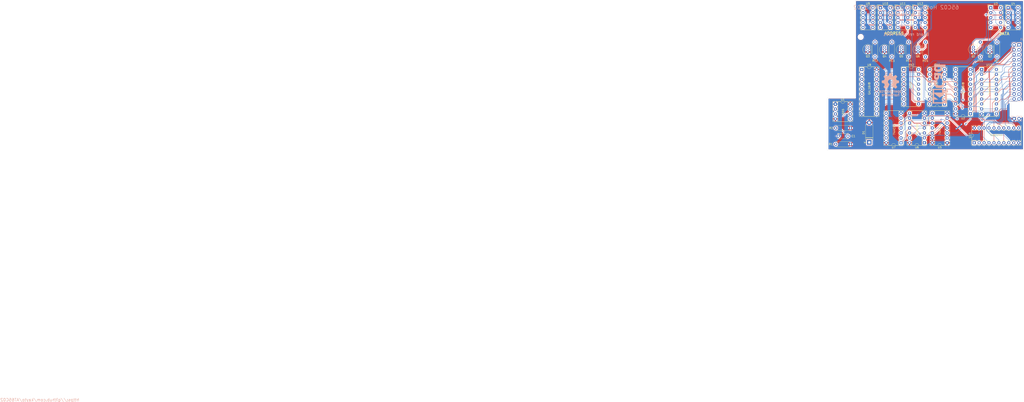
<source format=kicad_pcb>
(kicad_pcb (version 20171130) (host pcbnew "(5.1.9)-1")
  (layers (0 F.Cu signal hide) (31 B.Cu signal hide) (34 B.Paste user) (35 F.Paste user) (36 B.SilkS user) (37 F.SilkS user) (38 B.Mask user) (39 F.Mask user) (44 Edge.Cuts user))
  (net 0 "")
  (net 1 "Net-(C1-Pad1)")
  (net 2 GND)
  (net 3 +5V)
  (net 4 "Net-(Q1-Pad3)")
  (net 5 "Net-(Q1-Pad2)")
  (net 6 "Net-(Q2-Pad2)")
  (net 7 "Net-(Q2-Pad3)")
  (net 8 "Net-(R1-Pad2)")
  (net 9 EN_H)
  (net 10 "Net-(U1-Pad5)")
  (net 11 "Net-(U2-Pad11)")
  (net 12 "Net-(U3-Pad7)")
  (net 13 "Net-(U4-Pad7)")
  (net 14 "Net-(Q3-Pad3)")
  (net 15 "Net-(Q3-Pad2)")
  (net 16 "Net-(Q4-Pad2)")
  (net 17 "Net-(Q4-Pad3)")
  (net 18 "Net-(Q5-Pad2)")
  (net 19 "Net-(Q5-Pad3)")
  (net 20 "Net-(Q6-Pad3)")
  (net 21 "Net-(Q6-Pad2)")
  (net 22 "Net-(R12-Pad2)")
  (net 23 "Net-(R13-Pad2)")
  (net 24 "Net-(R14-Pad2)")
  (net 25 "Net-(R15-Pad2)")
  (net 26 /~Q1)
  (net 27 /Q1)
  (net 28 /Q0)
  (net 29 /~Q0)
  (net 30 EN_DIG2)
  (net 31 EN_DIG0)
  (net 32 EN_DIG3)
  (net 33 EN_DIG1)
  (net 34 "Net-(U9-Pad7)")
  (net 35 "Net-(U10-Pad7)")
  (net 36 "Net-(U11-Pad7)")
  (net 37 "Net-(U12-Pad7)")
  (net 38 "Net-(RN1-Pad1)")
  (net 39 "Net-(RN1-Pad9)")
  (net 40 "Net-(RN1-Pad2)")
  (net 41 "Net-(RN1-Pad10)")
  (net 42 "Net-(RN1-Pad3)")
  (net 43 "Net-(RN1-Pad11)")
  (net 44 "Net-(RN1-Pad4)")
  (net 45 "Net-(RN1-Pad12)")
  (net 46 "Net-(RN1-Pad5)")
  (net 47 "Net-(RN1-Pad13)")
  (net 48 "Net-(RN1-Pad6)")
  (net 49 "Net-(RN1-Pad14)")
  (net 50 "Net-(RN1-Pad7)")
  (net 51 "Net-(RN1-Pad15)")
  (net 52 "Net-(RN1-Pad8)")
  (net 53 "Net-(RN1-Pad16)")
  (net 54 "/16 bit Hex/A")
  (net 55 "Net-(RN2-Pad8)")
  (net 56 "/16 bit Hex/B")
  (net 57 "Net-(RN2-Pad7)")
  (net 58 "/16 bit Hex/C")
  (net 59 "Net-(RN2-Pad6)")
  (net 60 "/16 bit Hex/D")
  (net 61 "Net-(RN2-Pad5)")
  (net 62 "/16 bit Hex/E")
  (net 63 "Net-(RN2-Pad4)")
  (net 64 "/16 bit Hex/F")
  (net 65 "Net-(RN2-Pad3)")
  (net 66 "/16 bit Hex/G")
  (net 67 "Net-(RN2-Pad2)")
  (net 68 "Net-(RN2-Pad9)")
  (net 69 "Net-(RN2-Pad1)")
  (net 70 "Net-(U8-Pad1)")
  (net 71 "Net-(U8-Pad11)")
  (net 72 "Net-(U8-Pad6)")
  (net 73 "Net-(U8-Pad7)")
  (net 74 "Net-(U8-Pad8)")
  (net 75 "Net-(U8-Pad9)")
  (net 76 "Net-(U13-Pad20)")
  (net 77 a0)
  (net 78 a1)
  (net 79 a2)
  (net 80 a3)
  (net 81 a4)
  (net 82 a5)
  (net 83 a6)
  (net 84 a7)
  (net 85 a8)
  (net 86 a9)
  (net 87 a10)
  (net 88 a11)
  (net 89 a12)
  (net 90 a13)
  (net 91 a14)
  (net 92 a15)
  (net 93 d7)
  (net 94 d6)
  (net 95 d5)
  (net 96 d4)
  (net 97 d3)
  (net 98 d2)
  (net 99 d1)
  (net 100 d0)
  (net 101 HEX0)
  (net 102 HEX1)
  (net 103 HEX2)
  (net 104 HEX3)
  (net 105 EN_D0)
  (module Connector_PinHeader_2.54mm:PinHeader_2x12_P2.54mm_Vertical (layer B.Cu) (at 193.19 67.66 180)
    (fp_text reference J1 (at -1.22 2.93) (layer B.SilkS) (effects (justify mirror)))
    (fp_text value "Expansion Connector")
    (pad 24 thru_hole oval (at 2.54 -27.94 180) (size 1.7 1.7) (drill 1) (layers *.Cu *.Mask) (net 91 a14))
    (pad 23 thru_hole oval (at 0 -27.94 180) (size 1.7 1.7) (drill 1) (layers *.Cu *.Mask) (net 92 a15))
    (pad 22 thru_hole oval (at 2.54 -25.4 180) (size 1.7 1.7) (drill 1) (layers *.Cu *.Mask) (net 89 a12))
    (pad 21 thru_hole oval (at 0 -25.4 180) (size 1.7 1.7) (drill 1) (layers *.Cu *.Mask) (net 90 a13))
    (pad 20 thru_hole oval (at 2.54 -22.86 180) (size 1.7 1.7) (drill 1) (layers *.Cu *.Mask) (net 87 a10))
    (pad 19 thru_hole oval (at 0 -22.86 180) (size 1.7 1.7) (drill 1) (layers *.Cu *.Mask) (net 88 a11))
    (pad 18 thru_hole oval (at 2.54 -20.32 180) (size 1.7 1.7) (drill 1) (layers *.Cu *.Mask) (net 85 a8))
    (pad 17 thru_hole oval (at 0 -20.32 180) (size 1.7 1.7) (drill 1) (layers *.Cu *.Mask) (net 86 a9))
    (pad 16 thru_hole oval (at 2.54 -17.78 180) (size 1.7 1.7) (drill 1) (layers *.Cu *.Mask) (net 84 a7))
    (pad 15 thru_hole oval (at 0 -17.78 180) (size 1.7 1.7) (drill 1) (layers *.Cu *.Mask) (net 93 d7))
    (pad 14 thru_hole oval (at 2.54 -15.24 180) (size 1.7 1.7) (drill 1) (layers *.Cu *.Mask) (net 83 a6))
    (pad 13 thru_hole oval (at 0 -15.24 180) (size 1.7 1.7) (drill 1) (layers *.Cu *.Mask) (net 94 d6))
    (pad 12 thru_hole oval (at 2.54 -12.7 180) (size 1.7 1.7) (drill 1) (layers *.Cu *.Mask) (net 82 a5))
    (pad 11 thru_hole oval (at 0 -12.7 180) (size 1.7 1.7) (drill 1) (layers *.Cu *.Mask) (net 95 d5))
    (pad 10 thru_hole oval (at 2.54 -10.16 180) (size 1.7 1.7) (drill 1) (layers *.Cu *.Mask) (net 81 a4))
    (pad 9 thru_hole oval (at 0 -10.16 180) (size 1.7 1.7) (drill 1) (layers *.Cu *.Mask) (net 96 d4))
    (pad 8 thru_hole oval (at 2.54 -7.62 180) (size 1.7 1.7) (drill 1) (layers *.Cu *.Mask) (net 80 a3))
    (pad 7 thru_hole oval (at 0 -7.62 180) (size 1.7 1.7) (drill 1) (layers *.Cu *.Mask) (net 97 d3))
    (pad 6 thru_hole oval (at 2.54 -5.08 180) (size 1.7 1.7) (drill 1) (layers *.Cu *.Mask) (net 79 a2))
    (pad 5 thru_hole oval (at 0 -5.08 180) (size 1.7 1.7) (drill 1) (layers *.Cu *.Mask) (net 98 d2))
    (pad 4 thru_hole oval (at 2.54 -2.54 180) (size 1.7 1.7) (drill 1) (layers *.Cu *.Mask) (net 78 a1))
    (pad 3 thru_hole oval (at 0 -2.54 180) (size 1.7 1.7) (drill 1) (layers *.Cu *.Mask) (net 99 d1))
    (pad 2 thru_hole oval (at 2.54 0 180) (size 1.7 1.7) (drill 1) (layers *.Cu *.Mask) (net 77 a0))
    (pad 1 thru_hole rect (at 0 0 180) (size 1.7 1.7) (drill 1) (layers *.Cu *.Mask) (net 100 d0))
  )
  (module Connector_PinHeader_2.54mm:PinHeader_1x02_P2.54mm_Vertical (layer B.Cu) (at 190.65 105.76 270)
    (fp_text reference J2 (at 0 2.33 270) (layer B.SilkS) (effects (justify mirror)))
    (fp_text value PWR)
    (pad 2 thru_hole oval (at 0 -2.54 270) (size 1.7 1.7) (drill 1) (layers *.Cu *.Mask) (net 2 GND))
    (pad 1 thru_hole rect (at 0 0 270) (size 1.7 1.7) (drill 1) (layers *.Cu *.Mask) (net 3 +5V))
  )
  (module Package_DIP:DIP-20_W7.62mm_Socket (layer F.Cu) (at 173.93 80.36)
    (fp_text reference U13 (at 3.81 -2.33) (layer F.SilkS))
    (fp_text value 74HC244)
    (pad 20 thru_hole oval (at 7.62 0) (size 1.6 1.6) (drill 0.8) (layers *.Cu *.Mask) (net 76 "Net-(U13-Pad20)"))
    (pad 10 thru_hole oval (at 0 22.86) (size 1.6 1.6) (drill 0.8) (layers *.Cu *.Mask) (net 2 GND))
    (pad 19 thru_hole oval (at 7.62 2.54) (size 1.6 1.6) (drill 0.8) (layers *.Cu *.Mask) (net 30 EN_DIG2))
    (pad 9 thru_hole oval (at 0 20.32) (size 1.6 1.6) (drill 0.8) (layers *.Cu *.Mask) (net 104 HEX3))
    (pad 18 thru_hole oval (at 7.62 5.08) (size 1.6 1.6) (drill 0.8) (layers *.Cu *.Mask) (net 101 HEX0))
    (pad 8 thru_hole oval (at 0 17.78) (size 1.6 1.6) (drill 0.8) (layers *.Cu *.Mask) (net 80 a3))
    (pad 17 thru_hole oval (at 7.62 7.62) (size 1.6 1.6) (drill 0.8) (layers *.Cu *.Mask) (net 81 a4))
    (pad 7 thru_hole oval (at 0 15.24) (size 1.6 1.6) (drill 0.8) (layers *.Cu *.Mask) (net 103 HEX2))
    (pad 16 thru_hole oval (at 7.62 10.16) (size 1.6 1.6) (drill 0.8) (layers *.Cu *.Mask) (net 102 HEX1))
    (pad 6 thru_hole oval (at 0 12.7) (size 1.6 1.6) (drill 0.8) (layers *.Cu *.Mask) (net 79 a2))
    (pad 15 thru_hole oval (at 7.62 12.7) (size 1.6 1.6) (drill 0.8) (layers *.Cu *.Mask) (net 82 a5))
    (pad 5 thru_hole oval (at 0 10.16) (size 1.6 1.6) (drill 0.8) (layers *.Cu *.Mask) (net 102 HEX1))
    (pad 14 thru_hole oval (at 7.62 15.24) (size 1.6 1.6) (drill 0.8) (layers *.Cu *.Mask) (net 103 HEX2))
    (pad 4 thru_hole oval (at 0 7.62) (size 1.6 1.6) (drill 0.8) (layers *.Cu *.Mask) (net 78 a1))
    (pad 13 thru_hole oval (at 7.62 17.78) (size 1.6 1.6) (drill 0.8) (layers *.Cu *.Mask) (net 83 a6))
    (pad 3 thru_hole oval (at 0 5.08) (size 1.6 1.6) (drill 0.8) (layers *.Cu *.Mask) (net 101 HEX0))
    (pad 12 thru_hole oval (at 7.62 20.32) (size 1.6 1.6) (drill 0.8) (layers *.Cu *.Mask) (net 104 HEX3))
    (pad 2 thru_hole oval (at 0 2.54) (size 1.6 1.6) (drill 0.8) (layers *.Cu *.Mask) (net 77 a0))
    (pad 11 thru_hole oval (at 7.62 22.86) (size 1.6 1.6) (drill 0.8) (layers *.Cu *.Mask) (net 84 a7))
    (pad 1 thru_hole rect (at 0 0) (size 1.6 1.6) (drill 0.8) (layers *.Cu *.Mask) (net 32 EN_DIG3))
  )
  (module Package_DIP:DIP-14_W7.62mm_Socket (layer F.Cu) (at 156.18 118.16 180)
    (fp_text reference U5 (at 3.81 -2.33) (layer F.SilkS))
    (fp_text value 74HC74)
    (pad 14 thru_hole oval (at 7.62 0 180) (size 1.6 1.6) (drill 0.8) (layers *.Cu *.Mask) (net 3 +5V))
    (pad 7 thru_hole oval (at 0 15.24 180) (size 1.6 1.6) (drill 0.8) (layers *.Cu *.Mask) (net 2 GND))
    (pad 13 thru_hole oval (at 7.62 2.54 180) (size 1.6 1.6) (drill 0.8) (layers *.Cu *.Mask) (net 3 +5V))
    (pad 6 thru_hole oval (at 0 12.7 180) (size 1.6 1.6) (drill 0.8) (layers *.Cu *.Mask) (net 26 /~Q1))
    (pad 12 thru_hole oval (at 7.62 5.08 180) (size 1.6 1.6) (drill 0.8) (layers *.Cu *.Mask) (net 27 /Q1))
    (pad 5 thru_hole oval (at 0 10.16 180) (size 1.6 1.6) (drill 0.8) (layers *.Cu *.Mask) (net 27 /Q1))
    (pad 11 thru_hole oval (at 7.62 7.62 180) (size 1.6 1.6) (drill 0.8) (layers *.Cu *.Mask) (net 9 EN_H))
    (pad 4 thru_hole oval (at 0 7.62 180) (size 1.6 1.6) (drill 0.8) (layers *.Cu *.Mask) (net 3 +5V))
    (pad 10 thru_hole oval (at 7.62 10.16 180) (size 1.6 1.6) (drill 0.8) (layers *.Cu *.Mask) (net 3 +5V))
    (pad 3 thru_hole oval (at 0 5.08 180) (size 1.6 1.6) (drill 0.8) (layers *.Cu *.Mask) (net 9 EN_H))
    (pad 9 thru_hole oval (at 7.62 12.7 180) (size 1.6 1.6) (drill 0.8) (layers *.Cu *.Mask) (net 28 /Q0))
    (pad 2 thru_hole oval (at 0 2.54 180) (size 1.6 1.6) (drill 0.8) (layers *.Cu *.Mask) (net 29 /~Q0))
    (pad 8 thru_hole oval (at 7.62 15.24 180) (size 1.6 1.6) (drill 0.8) (layers *.Cu *.Mask) (net 29 /~Q0))
    (pad 1 thru_hole rect (at 0 0 180) (size 1.6 1.6) (drill 0.8) (layers *.Cu *.Mask) (net 3 +5V))
  )
  (module Package_DIP:DIP-14_W7.62mm_Socket (layer F.Cu) (at 132.44 118.16 180)
    (fp_text reference U7 (at 3.81 -2.33) (layer F.SilkS))
    (fp_text value 74HC04)
    (pad 1 thru_hole rect (at 0 0 180) (size 1.6 1.6) (drill 0.8) (layers *.Cu *.Mask) (net 32 EN_DIG3))
    (pad 8 thru_hole oval (at 7.62 15.24 180) (size 1.6 1.6) (drill 0.8) (layers *.Cu *.Mask) (net 22 "Net-(R12-Pad2)"))
    (pad 2 thru_hole oval (at 0 2.54 180) (size 1.6 1.6) (drill 0.8) (layers *.Cu *.Mask) (net 25 "Net-(R15-Pad2)"))
    (pad 9 thru_hole oval (at 7.62 12.7 180) (size 1.6 1.6) (drill 0.8) (layers *.Cu *.Mask) (net 31 EN_DIG0))
    (pad 3 thru_hole oval (at 0 5.08 180) (size 1.6 1.6) (drill 0.8) (layers *.Cu *.Mask) (net 30 EN_DIG2))
    (pad 10 thru_hole oval (at 7.62 10.16 180) (size 1.6 1.6) (drill 0.8) (layers *.Cu *.Mask))
    (pad 4 thru_hole oval (at 0 7.62 180) (size 1.6 1.6) (drill 0.8) (layers *.Cu *.Mask) (net 24 "Net-(R14-Pad2)"))
    (pad 11 thru_hole oval (at 7.62 7.62 180) (size 1.6 1.6) (drill 0.8) (layers *.Cu *.Mask))
    (pad 5 thru_hole oval (at 0 10.16 180) (size 1.6 1.6) (drill 0.8) (layers *.Cu *.Mask) (net 33 EN_DIG1))
    (pad 12 thru_hole oval (at 7.62 5.08 180) (size 1.6 1.6) (drill 0.8) (layers *.Cu *.Mask))
    (pad 6 thru_hole oval (at 0 12.7 180) (size 1.6 1.6) (drill 0.8) (layers *.Cu *.Mask) (net 23 "Net-(R13-Pad2)"))
    (pad 13 thru_hole oval (at 7.62 2.54 180) (size 1.6 1.6) (drill 0.8) (layers *.Cu *.Mask))
    (pad 7 thru_hole oval (at 0 15.24 180) (size 1.6 1.6) (drill 0.8) (layers *.Cu *.Mask) (net 2 GND))
    (pad 14 thru_hole oval (at 7.62 0 180) (size 1.6 1.6) (drill 0.8) (layers *.Cu *.Mask) (net 3 +5V))
  )
  (module "" (layer F.Cu) (at -104.32 35.78)
    (fp_text reference "" (at 170.61 47.63) (layer F.SilkS) (effects (font (size 1.27 1.27))))
    (fp_text value "" (at 170.61 47.63) (layer F.SilkS) (effects (font (size 1.27 1.27))))
  )
  (module Display_7Segment:HDSP-7801 (layer F.Cu) (at 178.61 48.56)
    (fp_text reference U3 (at 2.54 -2.159) (layer F.SilkS))
    (fp_text value HDSP-7801)
    (pad 1 thru_hole rect (at 0 0) (size 1.6 1.6) (drill 0.8) (layers *.Cu *.Mask) (net 4 "Net-(Q1-Pad3)"))
    (pad 2 thru_hole circle (at 0 2.54) (size 1.6 1.6) (drill 0.8) (layers *.Cu *.Mask) (net 41 "Net-(RN1-Pad10)"))
    (pad 3 thru_hole circle (at 0 5.08) (size 1.6 1.6) (drill 0.8) (layers *.Cu *.Mask) (net 39 "Net-(RN1-Pad9)"))
    (pad 4 thru_hole circle (at 0 7.62) (size 1.6 1.6) (drill 0.8) (layers *.Cu *.Mask) (net 43 "Net-(RN1-Pad11)"))
    (pad 5 thru_hole circle (at 0 10.16) (size 1.6 1.6) (drill 0.8) (layers *.Cu *.Mask) (net 45 "Net-(RN1-Pad12)"))
    (pad 6 thru_hole circle (at 5.08 10.16) (size 1.6 1.6) (drill 0.8) (layers *.Cu *.Mask) (net 4 "Net-(Q1-Pad3)"))
    (pad 7 thru_hole circle (at 5.08 7.62) (size 1.6 1.6) (drill 0.8) (layers *.Cu *.Mask) (net 12 "Net-(U3-Pad7)"))
    (pad 8 thru_hole circle (at 5.08 5.08) (size 1.6 1.6) (drill 0.8) (layers *.Cu *.Mask) (net 47 "Net-(RN1-Pad13)"))
    (pad 9 thru_hole circle (at 5.08 2.54) (size 1.6 1.6) (drill 0.8) (layers *.Cu *.Mask) (net 49 "Net-(RN1-Pad14)"))
    (pad 10 thru_hole circle (at 5.08 0) (size 1.6 1.6) (drill 0.8) (layers *.Cu *.Mask) (net 51 "Net-(RN1-Pad15)"))
  )
  (module Capacitor_THT:C_Disc_D5.0mm_W2.5mm_P5.00mm (layer F.Cu) (at 105.14 114.725 180)
    (fp_text reference C1 (at -2.83 -0.005) (layer F.SilkS))
    (fp_text value 68n)
    (pad 1 thru_hole circle (at 0 0 180) (size 1.6 1.6) (drill 0.8) (layers *.Cu *.Mask) (net 1 "Net-(C1-Pad1)"))
    (pad 2 thru_hole circle (at 5 0 180) (size 1.6 1.6) (drill 0.8) (layers *.Cu *.Mask) (net 2 GND))
  )
  (module Diode_THT:D_DO-15_P10.16mm_Horizontal (layer F.Cu) (at 116.1 117.92 90)
    (fp_text reference D1 (at 5.08 -2.92 90) (layer F.SilkS))
    (fp_text value D)
    (fp_text user K (at 0 -2.2 90) (layer F.SilkS))
    (pad 1 thru_hole rect (at 0 0 90) (size 2.4 2.4) (drill 1.2) (layers *.Cu *.Mask) (net 1 "Net-(C1-Pad1)"))
    (pad 2 thru_hole oval (at 10.16 0 90) (size 2.4 2.4) (drill 1.2) (layers *.Cu *.Mask) (net 3 +5V))
  )
  (module Package_TO_SOT_THT:TO-92_Inline (layer F.Cu) (at 169.72 71.33 90)
    (fp_text reference Q1 (at -2.27 0.02 180) (layer F.SilkS))
    (fp_text value BC557)
    (pad 1 thru_hole rect (at 0 0 90) (size 1.05 1.5) (drill 0.75) (layers *.Cu *.Mask) (net 3 +5V))
    (pad 3 thru_hole oval (at 2.54 0 90) (size 1.05 1.5) (drill 0.75) (layers *.Cu *.Mask) (net 4 "Net-(Q1-Pad3)"))
    (pad 2 thru_hole oval (at 1.27 0 90) (size 1.05 1.5) (drill 0.75) (layers *.Cu *.Mask) (net 5 "Net-(Q1-Pad2)"))
  )
  (module Package_TO_SOT_THT:TO-92_Inline (layer F.Cu) (at 178.21 71.33 90)
    (fp_text reference Q2 (at -2.27 0.02 180) (layer F.SilkS))
    (fp_text value BC557)
    (pad 2 thru_hole oval (at 1.27 0 90) (size 1.05 1.5) (drill 0.75) (layers *.Cu *.Mask) (net 6 "Net-(Q2-Pad2)"))
    (pad 3 thru_hole oval (at 2.54 0 90) (size 1.05 1.5) (drill 0.75) (layers *.Cu *.Mask) (net 7 "Net-(Q2-Pad3)"))
    (pad 1 thru_hole rect (at 0 0 90) (size 1.05 1.5) (drill 0.75) (layers *.Cu *.Mask) (net 3 +5V))
  )
  (module Resistor_THT:R_Axial_DIN0207_L6.3mm_D2.5mm_P7.62mm_Horizontal (layer F.Cu) (at 106.45 118.89 180)
    (fp_text reference R1 (at 10.14 -0.01) (layer F.SilkS))
    (fp_text value 51k)
    (pad 2 thru_hole oval (at 7.62 0 180) (size 1.6 1.6) (drill 0.8) (layers *.Cu *.Mask) (net 8 "Net-(R1-Pad2)"))
    (pad 1 thru_hole circle (at 0 0 180) (size 1.6 1.6) (drill 0.8) (layers *.Cu *.Mask) (net 3 +5V))
  )
  (module Resistor_THT:R_Axial_DIN0207_L6.3mm_D2.5mm_P7.62mm_Horizontal (layer F.Cu) (at 106.45 110.56 180)
    (fp_text reference R2 (at 10.02 -0.02) (layer F.SilkS))
    (fp_text value 51k)
    (pad 1 thru_hole circle (at 0 0 180) (size 1.6 1.6) (drill 0.8) (layers *.Cu *.Mask) (net 3 +5V))
    (pad 2 thru_hole oval (at 7.62 0 180) (size 1.6 1.6) (drill 0.8) (layers *.Cu *.Mask) (net 1 "Net-(C1-Pad1)"))
  )
  (module Resistor_THT:R_Axial_DIN0207_L6.3mm_D2.5mm_P7.62mm_Horizontal (layer F.Cu) (at 173.26 66.25 270)
    (fp_text reference R10 (at 9.61 0.04 180) (layer F.SilkS))
    (fp_text value 4k7)
    (pad 1 thru_hole circle (at 0 0 270) (size 1.6 1.6) (drill 0.8) (layers *.Cu *.Mask) (net 5 "Net-(Q1-Pad2)"))
    (pad 2 thru_hole oval (at 7.62 0 270) (size 1.6 1.6) (drill 0.8) (layers *.Cu *.Mask) (net 9 EN_H))
  )
  (module Resistor_THT:R_Axial_DIN0207_L6.3mm_D2.5mm_P7.62mm_Horizontal (layer F.Cu) (at 181.85 66.25 270)
    (fp_text reference R11 (at 9.72 0.02 180) (layer F.SilkS))
    (fp_text value 2k2)
    (pad 2 thru_hole oval (at 7.62 0 270) (size 1.6 1.6) (drill 0.8) (layers *.Cu *.Mask) (net 105 EN_D0))
    (pad 1 thru_hole circle (at 0 0 270) (size 1.6 1.6) (drill 0.8) (layers *.Cu *.Mask) (net 6 "Net-(Q2-Pad2)"))
  )
  (module Package_DIP:DIP-20_W7.62mm_Socket (layer F.Cu) (at 168.176666 103.22 180)
    (fp_text reference U2 (at 3.81 -2.33) (layer F.SilkS))
    (fp_text value GAL16V8)
    (pad 1 thru_hole rect (at 0 0 180) (size 1.6 1.6) (drill 0.8) (layers *.Cu *.Mask) (net 9 EN_H))
    (pad 11 thru_hole oval (at 7.62 22.86 180) (size 1.6 1.6) (drill 0.8) (layers *.Cu *.Mask) (net 11 "Net-(U2-Pad11)"))
    (pad 2 thru_hole oval (at 0 2.54 180) (size 1.6 1.6) (drill 0.8) (layers *.Cu *.Mask) (net 93 d7))
    (pad 12 thru_hole oval (at 7.62 20.32 180) (size 1.6 1.6) (drill 0.8) (layers *.Cu *.Mask) (net 52 "Net-(RN1-Pad8)"))
    (pad 3 thru_hole oval (at 0 5.08 180) (size 1.6 1.6) (drill 0.8) (layers *.Cu *.Mask) (net 94 d6))
    (pad 13 thru_hole oval (at 7.62 17.78 180) (size 1.6 1.6) (drill 0.8) (layers *.Cu *.Mask) (net 50 "Net-(RN1-Pad7)"))
    (pad 4 thru_hole oval (at 0 7.62 180) (size 1.6 1.6) (drill 0.8) (layers *.Cu *.Mask) (net 95 d5))
    (pad 14 thru_hole oval (at 7.62 15.24 180) (size 1.6 1.6) (drill 0.8) (layers *.Cu *.Mask) (net 48 "Net-(RN1-Pad6)"))
    (pad 5 thru_hole oval (at 0 10.16 180) (size 1.6 1.6) (drill 0.8) (layers *.Cu *.Mask) (net 96 d4))
    (pad 15 thru_hole oval (at 7.62 12.7 180) (size 1.6 1.6) (drill 0.8) (layers *.Cu *.Mask) (net 46 "Net-(RN1-Pad5)"))
    (pad 6 thru_hole oval (at 0 12.7 180) (size 1.6 1.6) (drill 0.8) (layers *.Cu *.Mask) (net 97 d3))
    (pad 16 thru_hole oval (at 7.62 10.16 180) (size 1.6 1.6) (drill 0.8) (layers *.Cu *.Mask) (net 44 "Net-(RN1-Pad4)"))
    (pad 7 thru_hole oval (at 0 15.24 180) (size 1.6 1.6) (drill 0.8) (layers *.Cu *.Mask) (net 98 d2))
    (pad 17 thru_hole oval (at 7.62 7.62 180) (size 1.6 1.6) (drill 0.8) (layers *.Cu *.Mask) (net 42 "Net-(RN1-Pad3)"))
    (pad 8 thru_hole oval (at 0 17.78 180) (size 1.6 1.6) (drill 0.8) (layers *.Cu *.Mask) (net 99 d1))
    (pad 18 thru_hole oval (at 7.62 5.08 180) (size 1.6 1.6) (drill 0.8) (layers *.Cu *.Mask) (net 40 "Net-(RN1-Pad2)"))
    (pad 9 thru_hole oval (at 0 20.32 180) (size 1.6 1.6) (drill 0.8) (layers *.Cu *.Mask) (net 100 d0))
    (pad 19 thru_hole oval (at 7.62 2.54 180) (size 1.6 1.6) (drill 0.8) (layers *.Cu *.Mask) (net 105 EN_D0))
    (pad 10 thru_hole oval (at 0 22.86 180) (size 1.6 1.6) (drill 0.8) (layers *.Cu *.Mask) (net 2 GND))
    (pad 20 thru_hole oval (at 7.62 0 180) (size 1.6 1.6) (drill 0.8) (layers *.Cu *.Mask) (net 3 +5V))
  )
  (module Package_DIP:DIP-8_W7.62mm_Socket (layer F.Cu) (at 98.68 98.23)
    (fp_text reference U1 (at 3.81 -2.33) (layer F.SilkS))
    (fp_text value NE555P)
    (pad 1 thru_hole rect (at 0 0) (size 1.6 1.6) (drill 0.8) (layers *.Cu *.Mask) (net 2 GND))
    (pad 5 thru_hole oval (at 7.62 7.62) (size 1.6 1.6) (drill 0.8) (layers *.Cu *.Mask) (net 10 "Net-(U1-Pad5)"))
    (pad 2 thru_hole oval (at 0 2.54) (size 1.6 1.6) (drill 0.8) (layers *.Cu *.Mask) (net 1 "Net-(C1-Pad1)"))
    (pad 6 thru_hole oval (at 7.62 5.08) (size 1.6 1.6) (drill 0.8) (layers *.Cu *.Mask) (net 1 "Net-(C1-Pad1)"))
    (pad 3 thru_hole oval (at 0 5.08) (size 1.6 1.6) (drill 0.8) (layers *.Cu *.Mask) (net 9 EN_H))
    (pad 7 thru_hole oval (at 7.62 2.54) (size 1.6 1.6) (drill 0.8) (layers *.Cu *.Mask) (net 8 "Net-(R1-Pad2)"))
    (pad 4 thru_hole oval (at 0 7.62) (size 1.6 1.6) (drill 0.8) (layers *.Cu *.Mask) (net 3 +5V))
    (pad 8 thru_hole oval (at 7.62 0) (size 1.6 1.6) (drill 0.8) (layers *.Cu *.Mask) (net 3 +5V))
  )
  (module Package_TO_SOT_THT:TO-92_Inline (layer F.Cu) (at 115.37 71.33 90)
    (fp_text reference Q3 (at -2.27 0 180) (layer F.SilkS))
    (fp_text value BC557)
    (pad 1 thru_hole rect (at 0 0 90) (size 1.05 1.5) (drill 0.75) (layers *.Cu *.Mask) (net 3 +5V))
    (pad 3 thru_hole oval (at 2.54 0 90) (size 1.05 1.5) (drill 0.75) (layers *.Cu *.Mask) (net 14 "Net-(Q3-Pad3)"))
    (pad 2 thru_hole oval (at 1.27 0 90) (size 1.05 1.5) (drill 0.75) (layers *.Cu *.Mask) (net 15 "Net-(Q3-Pad2)"))
  )
  (module Package_TO_SOT_THT:TO-92_Inline (layer F.Cu) (at 123.983333 71.33 90)
    (fp_text reference Q4 (at -2.27 0 180) (layer F.SilkS))
    (fp_text value BC557)
    (pad 2 thru_hole oval (at 1.27 0 90) (size 1.05 1.5) (drill 0.75) (layers *.Cu *.Mask) (net 16 "Net-(Q4-Pad2)"))
    (pad 3 thru_hole oval (at 2.54 0 90) (size 1.05 1.5) (drill 0.75) (layers *.Cu *.Mask) (net 17 "Net-(Q4-Pad3)"))
    (pad 1 thru_hole rect (at 0 0 90) (size 1.05 1.5) (drill 0.75) (layers *.Cu *.Mask) (net 3 +5V))
  )
  (module Package_TO_SOT_THT:TO-92_Inline (layer F.Cu) (at 132.596666 71.33 90)
    (fp_text reference Q5 (at -2.27 0 180) (layer F.SilkS))
    (fp_text value BC557)
    (pad 2 thru_hole oval (at 1.27 0 90) (size 1.05 1.5) (drill 0.75) (layers *.Cu *.Mask) (net 18 "Net-(Q5-Pad2)"))
    (pad 3 thru_hole oval (at 2.54 0 90) (size 1.05 1.5) (drill 0.75) (layers *.Cu *.Mask) (net 19 "Net-(Q5-Pad3)"))
    (pad 1 thru_hole rect (at 0 0 90) (size 1.05 1.5) (drill 0.75) (layers *.Cu *.Mask) (net 3 +5V))
  )
  (module Package_TO_SOT_THT:TO-92_Inline (layer F.Cu) (at 141.21 71.33 90)
    (fp_text reference Q6 (at -2.27 -0.06 180) (layer F.SilkS))
    (fp_text value BC557)
    (pad 1 thru_hole rect (at 0 0 90) (size 1.05 1.5) (drill 0.75) (layers *.Cu *.Mask) (net 3 +5V))
    (pad 3 thru_hole oval (at 2.54 0 90) (size 1.05 1.5) (drill 0.75) (layers *.Cu *.Mask) (net 20 "Net-(Q6-Pad3)"))
    (pad 2 thru_hole oval (at 1.27 0 90) (size 1.05 1.5) (drill 0.75) (layers *.Cu *.Mask) (net 21 "Net-(Q6-Pad2)"))
  )
  (module Resistor_THT:R_Axial_DIN0207_L6.3mm_D2.5mm_P7.62mm_Horizontal (layer F.Cu) (at 119.06 66.25 270)
    (fp_text reference R12 (at 9.69 -0.02 180) (layer F.SilkS))
    (fp_text value 2k2)
    (pad 1 thru_hole circle (at 0 0 270) (size 1.6 1.6) (drill 0.8) (layers *.Cu *.Mask) (net 15 "Net-(Q3-Pad2)"))
    (pad 2 thru_hole oval (at 7.62 0 270) (size 1.6 1.6) (drill 0.8) (layers *.Cu *.Mask) (net 22 "Net-(R12-Pad2)"))
  )
  (module Resistor_THT:R_Axial_DIN0207_L6.3mm_D2.5mm_P7.62mm_Horizontal (layer F.Cu) (at 127.723333 66.25 270)
    (fp_text reference R13 (at 9.69 0.033333 180) (layer F.SilkS))
    (fp_text value 2k2)
    (pad 1 thru_hole circle (at 0 0 270) (size 1.6 1.6) (drill 0.8) (layers *.Cu *.Mask) (net 16 "Net-(Q4-Pad2)"))
    (pad 2 thru_hole oval (at 7.62 0 270) (size 1.6 1.6) (drill 0.8) (layers *.Cu *.Mask) (net 23 "Net-(R13-Pad2)"))
  )
  (module Resistor_THT:R_Axial_DIN0207_L6.3mm_D2.5mm_P7.62mm_Horizontal (layer F.Cu) (at 136.386666 66.25 270)
    (fp_text reference R14 (at 9.69 -0.063334 180) (layer F.SilkS))
    (fp_text value 2k2)
    (pad 2 thru_hole oval (at 7.62 0 270) (size 1.6 1.6) (drill 0.8) (layers *.Cu *.Mask) (net 24 "Net-(R14-Pad2)"))
    (pad 1 thru_hole circle (at 0 0 270) (size 1.6 1.6) (drill 0.8) (layers *.Cu *.Mask) (net 18 "Net-(Q5-Pad2)"))
  )
  (module Resistor_THT:R_Axial_DIN0207_L6.3mm_D2.5mm_P7.62mm_Horizontal (layer F.Cu) (at 145.05 66.25 270)
    (fp_text reference R15 (at 9.69 0.12 180) (layer F.SilkS))
    (fp_text value 2k2)
    (pad 2 thru_hole oval (at 7.62 0 270) (size 1.6 1.6) (drill 0.8) (layers *.Cu *.Mask) (net 25 "Net-(R15-Pad2)"))
    (pad 1 thru_hole circle (at 0 0 270) (size 1.6 1.6) (drill 0.8) (layers *.Cu *.Mask) (net 21 "Net-(Q6-Pad2)"))
  )
  (module Display_7Segment:HDSP-7801 (layer F.Cu) (at 187.59 48.56)
    (fp_text reference U4 (at 2.54 -2.159) (layer F.SilkS))
    (fp_text value HDSP-7801)
    (pad 1 thru_hole rect (at 0 0) (size 1.6 1.6) (drill 0.8) (layers *.Cu *.Mask) (net 7 "Net-(Q2-Pad3)"))
    (pad 2 thru_hole circle (at 0 2.54) (size 1.6 1.6) (drill 0.8) (layers *.Cu *.Mask) (net 41 "Net-(RN1-Pad10)"))
    (pad 3 thru_hole circle (at 0 5.08) (size 1.6 1.6) (drill 0.8) (layers *.Cu *.Mask) (net 39 "Net-(RN1-Pad9)"))
    (pad 4 thru_hole circle (at 0 7.62) (size 1.6 1.6) (drill 0.8) (layers *.Cu *.Mask) (net 43 "Net-(RN1-Pad11)"))
    (pad 5 thru_hole circle (at 0 10.16) (size 1.6 1.6) (drill 0.8) (layers *.Cu *.Mask) (net 45 "Net-(RN1-Pad12)"))
    (pad 6 thru_hole circle (at 5.08 10.16) (size 1.6 1.6) (drill 0.8) (layers *.Cu *.Mask) (net 7 "Net-(Q2-Pad3)"))
    (pad 7 thru_hole circle (at 5.08 7.62) (size 1.6 1.6) (drill 0.8) (layers *.Cu *.Mask) (net 13 "Net-(U4-Pad7)"))
    (pad 8 thru_hole circle (at 5.08 5.08) (size 1.6 1.6) (drill 0.8) (layers *.Cu *.Mask) (net 47 "Net-(RN1-Pad13)"))
    (pad 9 thru_hole circle (at 5.08 2.54) (size 1.6 1.6) (drill 0.8) (layers *.Cu *.Mask) (net 49 "Net-(RN1-Pad14)"))
    (pad 10 thru_hole circle (at 5.08 0) (size 1.6 1.6) (drill 0.8) (layers *.Cu *.Mask) (net 51 "Net-(RN1-Pad15)"))
  )
  (module Package_DIP:DIP-14_W7.62mm_Socket (layer F.Cu) (at 144.453752 118.16 180)
    (fp_text reference U6 (at 3.81 -2.33) (layer F.SilkS))
    (fp_text value 74HC00)
    (pad 1 thru_hole rect (at 0 0 180) (size 1.6 1.6) (drill 0.8) (layers *.Cu *.Mask) (net 29 /~Q0))
    (pad 8 thru_hole oval (at 7.62 15.24 180) (size 1.6 1.6) (drill 0.8) (layers *.Cu *.Mask) (net 30 EN_DIG2))
    (pad 2 thru_hole oval (at 0 2.54 180) (size 1.6 1.6) (drill 0.8) (layers *.Cu *.Mask) (net 26 /~Q1))
    (pad 9 thru_hole oval (at 7.62 12.7 180) (size 1.6 1.6) (drill 0.8) (layers *.Cu *.Mask) (net 27 /Q1))
    (pad 3 thru_hole oval (at 0 5.08 180) (size 1.6 1.6) (drill 0.8) (layers *.Cu *.Mask) (net 31 EN_DIG0))
    (pad 10 thru_hole oval (at 7.62 10.16 180) (size 1.6 1.6) (drill 0.8) (layers *.Cu *.Mask) (net 29 /~Q0))
    (pad 4 thru_hole oval (at 0 7.62 180) (size 1.6 1.6) (drill 0.8) (layers *.Cu *.Mask) (net 28 /Q0))
    (pad 11 thru_hole oval (at 7.62 7.62 180) (size 1.6 1.6) (drill 0.8) (layers *.Cu *.Mask) (net 32 EN_DIG3))
    (pad 5 thru_hole oval (at 0 10.16 180) (size 1.6 1.6) (drill 0.8) (layers *.Cu *.Mask) (net 27 /Q1))
    (pad 12 thru_hole oval (at 7.62 5.08 180) (size 1.6 1.6) (drill 0.8) (layers *.Cu *.Mask) (net 26 /~Q1))
    (pad 6 thru_hole oval (at 0 12.7 180) (size 1.6 1.6) (drill 0.8) (layers *.Cu *.Mask) (net 33 EN_DIG1))
    (pad 13 thru_hole oval (at 7.62 2.54 180) (size 1.6 1.6) (drill 0.8) (layers *.Cu *.Mask) (net 28 /Q0))
    (pad 7 thru_hole oval (at 0 15.24 180) (size 1.6 1.6) (drill 0.8) (layers *.Cu *.Mask) (net 2 GND))
    (pad 14 thru_hole oval (at 7.62 0 180) (size 1.6 1.6) (drill 0.8) (layers *.Cu *.Mask) (net 3 +5V))
  )
  (module Display_7Segment:HDSP-7801 (layer F.Cu) (at 112.87 48.56)
    (fp_text reference U9 (at 2.54 -2.159) (layer F.SilkS))
    (fp_text value HDSP-7801)
    (pad 10 thru_hole circle (at 5.08 0) (size 1.6 1.6) (drill 0.8) (layers *.Cu *.Mask) (net 54 "/16 bit Hex/A"))
    (pad 9 thru_hole circle (at 5.08 2.54) (size 1.6 1.6) (drill 0.8) (layers *.Cu *.Mask) (net 56 "/16 bit Hex/B"))
    (pad 8 thru_hole circle (at 5.08 5.08) (size 1.6 1.6) (drill 0.8) (layers *.Cu *.Mask) (net 58 "/16 bit Hex/C"))
    (pad 7 thru_hole circle (at 5.08 7.62) (size 1.6 1.6) (drill 0.8) (layers *.Cu *.Mask) (net 34 "Net-(U9-Pad7)"))
    (pad 6 thru_hole circle (at 5.08 10.16) (size 1.6 1.6) (drill 0.8) (layers *.Cu *.Mask) (net 14 "Net-(Q3-Pad3)"))
    (pad 5 thru_hole circle (at 0 10.16) (size 1.6 1.6) (drill 0.8) (layers *.Cu *.Mask) (net 60 "/16 bit Hex/D"))
    (pad 4 thru_hole circle (at 0 7.62) (size 1.6 1.6) (drill 0.8) (layers *.Cu *.Mask) (net 62 "/16 bit Hex/E"))
    (pad 3 thru_hole circle (at 0 5.08) (size 1.6 1.6) (drill 0.8) (layers *.Cu *.Mask) (net 66 "/16 bit Hex/G"))
    (pad 2 thru_hole circle (at 0 2.54) (size 1.6 1.6) (drill 0.8) (layers *.Cu *.Mask) (net 64 "/16 bit Hex/F"))
    (pad 1 thru_hole rect (at 0 0) (size 1.6 1.6) (drill 0.8) (layers *.Cu *.Mask) (net 14 "Net-(Q3-Pad3)"))
  )
  (module Display_7Segment:HDSP-7801 (layer F.Cu) (at 121.85 48.56)
    (fp_text reference U10 (at 2.54 -2.159) (layer F.SilkS))
    (fp_text value HDSP-7801)
    (pad 1 thru_hole rect (at 0 0) (size 1.6 1.6) (drill 0.8) (layers *.Cu *.Mask) (net 17 "Net-(Q4-Pad3)"))
    (pad 2 thru_hole circle (at 0 2.54) (size 1.6 1.6) (drill 0.8) (layers *.Cu *.Mask) (net 64 "/16 bit Hex/F"))
    (pad 3 thru_hole circle (at 0 5.08) (size 1.6 1.6) (drill 0.8) (layers *.Cu *.Mask) (net 66 "/16 bit Hex/G"))
    (pad 4 thru_hole circle (at 0 7.62) (size 1.6 1.6) (drill 0.8) (layers *.Cu *.Mask) (net 62 "/16 bit Hex/E"))
    (pad 5 thru_hole circle (at 0 10.16) (size 1.6 1.6) (drill 0.8) (layers *.Cu *.Mask) (net 60 "/16 bit Hex/D"))
    (pad 6 thru_hole circle (at 5.08 10.16) (size 1.6 1.6) (drill 0.8) (layers *.Cu *.Mask) (net 17 "Net-(Q4-Pad3)"))
    (pad 7 thru_hole circle (at 5.08 7.62) (size 1.6 1.6) (drill 0.8) (layers *.Cu *.Mask) (net 35 "Net-(U10-Pad7)"))
    (pad 8 thru_hole circle (at 5.08 5.08) (size 1.6 1.6) (drill 0.8) (layers *.Cu *.Mask) (net 58 "/16 bit Hex/C"))
    (pad 9 thru_hole circle (at 5.08 2.54) (size 1.6 1.6) (drill 0.8) (layers *.Cu *.Mask) (net 56 "/16 bit Hex/B"))
    (pad 10 thru_hole circle (at 5.08 0) (size 1.6 1.6) (drill 0.8) (layers *.Cu *.Mask) (net 54 "/16 bit Hex/A"))
  )
  (module Display_7Segment:HDSP-7801 (layer F.Cu) (at 130.83 48.56)
    (fp_text reference U11 (at 2.54 -2.159) (layer F.SilkS))
    (fp_text value HDSP-7801)
    (pad 10 thru_hole circle (at 5.08 0) (size 1.6 1.6) (drill 0.8) (layers *.Cu *.Mask) (net 54 "/16 bit Hex/A"))
    (pad 9 thru_hole circle (at 5.08 2.54) (size 1.6 1.6) (drill 0.8) (layers *.Cu *.Mask) (net 56 "/16 bit Hex/B"))
    (pad 8 thru_hole circle (at 5.08 5.08) (size 1.6 1.6) (drill 0.8) (layers *.Cu *.Mask) (net 58 "/16 bit Hex/C"))
    (pad 7 thru_hole circle (at 5.08 7.62) (size 1.6 1.6) (drill 0.8) (layers *.Cu *.Mask) (net 36 "Net-(U11-Pad7)"))
    (pad 6 thru_hole circle (at 5.08 10.16) (size 1.6 1.6) (drill 0.8) (layers *.Cu *.Mask) (net 19 "Net-(Q5-Pad3)"))
    (pad 5 thru_hole circle (at 0 10.16) (size 1.6 1.6) (drill 0.8) (layers *.Cu *.Mask) (net 60 "/16 bit Hex/D"))
    (pad 4 thru_hole circle (at 0 7.62) (size 1.6 1.6) (drill 0.8) (layers *.Cu *.Mask) (net 62 "/16 bit Hex/E"))
    (pad 3 thru_hole circle (at 0 5.08) (size 1.6 1.6) (drill 0.8) (layers *.Cu *.Mask) (net 66 "/16 bit Hex/G"))
    (pad 2 thru_hole circle (at 0 2.54) (size 1.6 1.6) (drill 0.8) (layers *.Cu *.Mask) (net 64 "/16 bit Hex/F"))
    (pad 1 thru_hole rect (at 0 0) (size 1.6 1.6) (drill 0.8) (layers *.Cu *.Mask) (net 19 "Net-(Q5-Pad3)"))
  )
  (module Display_7Segment:HDSP-7801 (layer F.Cu) (at 139.81 48.56)
    (fp_text reference U12 (at 2.54 -2.159) (layer F.SilkS))
    (fp_text value HDSP-7801)
    (pad 1 thru_hole rect (at 0 0) (size 1.6 1.6) (drill 0.8) (layers *.Cu *.Mask) (net 20 "Net-(Q6-Pad3)"))
    (pad 2 thru_hole circle (at 0 2.54) (size 1.6 1.6) (drill 0.8) (layers *.Cu *.Mask) (net 64 "/16 bit Hex/F"))
    (pad 3 thru_hole circle (at 0 5.08) (size 1.6 1.6) (drill 0.8) (layers *.Cu *.Mask) (net 66 "/16 bit Hex/G"))
    (pad 4 thru_hole circle (at 0 7.62) (size 1.6 1.6) (drill 0.8) (layers *.Cu *.Mask) (net 62 "/16 bit Hex/E"))
    (pad 5 thru_hole circle (at 0 10.16) (size 1.6 1.6) (drill 0.8) (layers *.Cu *.Mask) (net 60 "/16 bit Hex/D"))
    (pad 6 thru_hole circle (at 5.08 10.16) (size 1.6 1.6) (drill 0.8) (layers *.Cu *.Mask) (net 20 "Net-(Q6-Pad3)"))
    (pad 7 thru_hole circle (at 5.08 7.62) (size 1.6 1.6) (drill 0.8) (layers *.Cu *.Mask) (net 37 "Net-(U12-Pad7)"))
    (pad 8 thru_hole circle (at 5.08 5.08) (size 1.6 1.6) (drill 0.8) (layers *.Cu *.Mask) (net 58 "/16 bit Hex/C"))
    (pad 9 thru_hole circle (at 5.08 2.54) (size 1.6 1.6) (drill 0.8) (layers *.Cu *.Mask) (net 56 "/16 bit Hex/B"))
    (pad 10 thru_hole circle (at 5.08 0) (size 1.6 1.6) (drill 0.8) (layers *.Cu *.Mask) (net 54 "/16 bit Hex/A"))
  )
  (module Package_DIP:DIP-16_W7.62mm_Socket (layer F.Cu) (at 154.823333 98.14 180)
    (fp_text reference RN1 (at 3.743333 20.17) (layer F.SilkS))
    (fp_text value 100)
    (pad 1 thru_hole rect (at 0 0 180) (size 1.6 1.6) (drill 0.8) (layers *.Cu *.Mask) (net 38 "Net-(RN1-Pad1)"))
    (pad 9 thru_hole oval (at 7.62 17.78 180) (size 1.6 1.6) (drill 0.8) (layers *.Cu *.Mask) (net 39 "Net-(RN1-Pad9)"))
    (pad 2 thru_hole oval (at 0 2.54 180) (size 1.6 1.6) (drill 0.8) (layers *.Cu *.Mask) (net 40 "Net-(RN1-Pad2)"))
    (pad 10 thru_hole oval (at 7.62 15.24 180) (size 1.6 1.6) (drill 0.8) (layers *.Cu *.Mask) (net 41 "Net-(RN1-Pad10)"))
    (pad 3 thru_hole oval (at 0 5.08 180) (size 1.6 1.6) (drill 0.8) (layers *.Cu *.Mask) (net 42 "Net-(RN1-Pad3)"))
    (pad 11 thru_hole oval (at 7.62 12.7 180) (size 1.6 1.6) (drill 0.8) (layers *.Cu *.Mask) (net 43 "Net-(RN1-Pad11)"))
    (pad 4 thru_hole oval (at 0 7.62 180) (size 1.6 1.6) (drill 0.8) (layers *.Cu *.Mask) (net 44 "Net-(RN1-Pad4)"))
    (pad 12 thru_hole oval (at 7.62 10.16 180) (size 1.6 1.6) (drill 0.8) (layers *.Cu *.Mask) (net 45 "Net-(RN1-Pad12)"))
    (pad 5 thru_hole oval (at 0 10.16 180) (size 1.6 1.6) (drill 0.8) (layers *.Cu *.Mask) (net 46 "Net-(RN1-Pad5)"))
    (pad 13 thru_hole oval (at 7.62 7.62 180) (size 1.6 1.6) (drill 0.8) (layers *.Cu *.Mask) (net 47 "Net-(RN1-Pad13)"))
    (pad 6 thru_hole oval (at 0 12.7 180) (size 1.6 1.6) (drill 0.8) (layers *.Cu *.Mask) (net 48 "Net-(RN1-Pad6)"))
    (pad 14 thru_hole oval (at 7.62 5.08 180) (size 1.6 1.6) (drill 0.8) (layers *.Cu *.Mask) (net 49 "Net-(RN1-Pad14)"))
    (pad 7 thru_hole oval (at 0 15.24 180) (size 1.6 1.6) (drill 0.8) (layers *.Cu *.Mask) (net 50 "Net-(RN1-Pad7)"))
    (pad 15 thru_hole oval (at 7.62 2.54 180) (size 1.6 1.6) (drill 0.8) (layers *.Cu *.Mask) (net 51 "Net-(RN1-Pad15)"))
    (pad 8 thru_hole oval (at 0 17.78 180) (size 1.6 1.6) (drill 0.8) (layers *.Cu *.Mask) (net 52 "Net-(RN1-Pad8)"))
    (pad 16 thru_hole oval (at 7.62 0 180) (size 1.6 1.6) (drill 0.8) (layers *.Cu *.Mask) (net 53 "Net-(RN1-Pad16)"))
  )
  (module Package_DIP:DIP-16_W7.62mm_Socket (layer F.Cu) (at 133.87 80.36)
    (fp_text reference RN2 (at 3.81 -2.33) (layer F.SilkS))
    (fp_text value 100)
    (pad 16 thru_hole oval (at 7.62 0) (size 1.6 1.6) (drill 0.8) (layers *.Cu *.Mask) (net 54 "/16 bit Hex/A"))
    (pad 8 thru_hole oval (at 0 17.78) (size 1.6 1.6) (drill 0.8) (layers *.Cu *.Mask) (net 55 "Net-(RN2-Pad8)"))
    (pad 15 thru_hole oval (at 7.62 2.54) (size 1.6 1.6) (drill 0.8) (layers *.Cu *.Mask) (net 56 "/16 bit Hex/B"))
    (pad 7 thru_hole oval (at 0 15.24) (size 1.6 1.6) (drill 0.8) (layers *.Cu *.Mask) (net 57 "Net-(RN2-Pad7)"))
    (pad 14 thru_hole oval (at 7.62 5.08) (size 1.6 1.6) (drill 0.8) (layers *.Cu *.Mask) (net 58 "/16 bit Hex/C"))
    (pad 6 thru_hole oval (at 0 12.7) (size 1.6 1.6) (drill 0.8) (layers *.Cu *.Mask) (net 59 "Net-(RN2-Pad6)"))
    (pad 13 thru_hole oval (at 7.62 7.62) (size 1.6 1.6) (drill 0.8) (layers *.Cu *.Mask) (net 60 "/16 bit Hex/D"))
    (pad 5 thru_hole oval (at 0 10.16) (size 1.6 1.6) (drill 0.8) (layers *.Cu *.Mask) (net 61 "Net-(RN2-Pad5)"))
    (pad 12 thru_hole oval (at 7.62 10.16) (size 1.6 1.6) (drill 0.8) (layers *.Cu *.Mask) (net 62 "/16 bit Hex/E"))
    (pad 4 thru_hole oval (at 0 7.62) (size 1.6 1.6) (drill 0.8) (layers *.Cu *.Mask) (net 63 "Net-(RN2-Pad4)"))
    (pad 11 thru_hole oval (at 7.62 12.7) (size 1.6 1.6) (drill 0.8) (layers *.Cu *.Mask) (net 64 "/16 bit Hex/F"))
    (pad 3 thru_hole oval (at 0 5.08) (size 1.6 1.6) (drill 0.8) (layers *.Cu *.Mask) (net 65 "Net-(RN2-Pad3)"))
    (pad 10 thru_hole oval (at 7.62 15.24) (size 1.6 1.6) (drill 0.8) (layers *.Cu *.Mask) (net 66 "/16 bit Hex/G"))
    (pad 2 thru_hole oval (at 0 2.54) (size 1.6 1.6) (drill 0.8) (layers *.Cu *.Mask) (net 67 "Net-(RN2-Pad2)"))
    (pad 9 thru_hole oval (at 7.62 17.78) (size 1.6 1.6) (drill 0.8) (layers *.Cu *.Mask) (net 68 "Net-(RN2-Pad9)"))
    (pad 1 thru_hole rect (at 0 0) (size 1.6 1.6) (drill 0.8) (layers *.Cu *.Mask) (net 69 "Net-(RN2-Pad1)"))
  )
  (module Package_DIP:DIP-20_W7.62mm_Socket (layer F.Cu) (at 112.26 80.36)
    (fp_text reference U8 (at 3.81 -2.33) (layer F.SilkS))
    (fp_text value GAL16V8)
    (pad 1 thru_hole rect (at 0 0) (size 1.6 1.6) (drill 0.8) (layers *.Cu *.Mask) (net 70 "Net-(U8-Pad1)"))
    (pad 11 thru_hole oval (at 7.62 22.86) (size 1.6 1.6) (drill 0.8) (layers *.Cu *.Mask) (net 71 "Net-(U8-Pad11)"))
    (pad 2 thru_hole oval (at 0 2.54) (size 1.6 1.6) (drill 0.8) (layers *.Cu *.Mask) (net 101 HEX0))
    (pad 12 thru_hole oval (at 7.62 20.32) (size 1.6 1.6) (drill 0.8) (layers *.Cu *.Mask) (net 55 "Net-(RN2-Pad8)"))
    (pad 3 thru_hole oval (at 0 5.08) (size 1.6 1.6) (drill 0.8) (layers *.Cu *.Mask) (net 102 HEX1))
    (pad 13 thru_hole oval (at 7.62 17.78) (size 1.6 1.6) (drill 0.8) (layers *.Cu *.Mask) (net 57 "Net-(RN2-Pad7)"))
    (pad 4 thru_hole oval (at 0 7.62) (size 1.6 1.6) (drill 0.8) (layers *.Cu *.Mask) (net 103 HEX2))
    (pad 14 thru_hole oval (at 7.62 15.24) (size 1.6 1.6) (drill 0.8) (layers *.Cu *.Mask) (net 59 "Net-(RN2-Pad6)"))
    (pad 5 thru_hole oval (at 0 10.16) (size 1.6 1.6) (drill 0.8) (layers *.Cu *.Mask) (net 104 HEX3))
    (pad 15 thru_hole oval (at 7.62 12.7) (size 1.6 1.6) (drill 0.8) (layers *.Cu *.Mask) (net 61 "Net-(RN2-Pad5)"))
    (pad 6 thru_hole oval (at 0 12.7) (size 1.6 1.6) (drill 0.8) (layers *.Cu *.Mask) (net 72 "Net-(U8-Pad6)"))
    (pad 16 thru_hole oval (at 7.62 10.16) (size 1.6 1.6) (drill 0.8) (layers *.Cu *.Mask) (net 63 "Net-(RN2-Pad4)"))
    (pad 7 thru_hole oval (at 0 15.24) (size 1.6 1.6) (drill 0.8) (layers *.Cu *.Mask) (net 73 "Net-(U8-Pad7)"))
    (pad 17 thru_hole oval (at 7.62 7.62) (size 1.6 1.6) (drill 0.8) (layers *.Cu *.Mask) (net 65 "Net-(RN2-Pad3)"))
    (pad 8 thru_hole oval (at 0 17.78) (size 1.6 1.6) (drill 0.8) (layers *.Cu *.Mask) (net 74 "Net-(U8-Pad8)"))
    (pad 18 thru_hole oval (at 7.62 5.08) (size 1.6 1.6) (drill 0.8) (layers *.Cu *.Mask) (net 67 "Net-(RN2-Pad2)"))
    (pad 9 thru_hole oval (at 0 20.32) (size 1.6 1.6) (drill 0.8) (layers *.Cu *.Mask) (net 75 "Net-(U8-Pad9)"))
    (pad 19 thru_hole oval (at 7.62 2.54) (size 1.6 1.6) (drill 0.8) (layers *.Cu *.Mask) (net 69 "Net-(RN2-Pad1)"))
    (pad 10 thru_hole oval (at 0 22.86) (size 1.6 1.6) (drill 0.8) (layers *.Cu *.Mask) (net 2 GND))
    (pad 20 thru_hole oval (at 7.62 0) (size 1.6 1.6) (drill 0.8) (layers *.Cu *.Mask) (net 3 +5V))
  )
  (module Package_DIP:DIP-20_W7.62mm_Socket (layer F.Cu) (at 170.12 118.16 90)
    (fp_text reference U14 (at 3.81 -2.33 90) (layer F.SilkS))
    (fp_text value 74HC244)
    (pad 1 thru_hole rect (at 0 0 90) (size 1.6 1.6) (drill 0.8) (layers *.Cu *.Mask) (net 33 EN_DIG1))
    (pad 11 thru_hole oval (at 7.62 22.86 90) (size 1.6 1.6) (drill 0.8) (layers *.Cu *.Mask) (net 92 a15))
    (pad 2 thru_hole oval (at 0 2.54 90) (size 1.6 1.6) (drill 0.8) (layers *.Cu *.Mask) (net 85 a8))
    (pad 12 thru_hole oval (at 7.62 20.32 90) (size 1.6 1.6) (drill 0.8) (layers *.Cu *.Mask) (net 104 HEX3))
    (pad 3 thru_hole oval (at 0 5.08 90) (size 1.6 1.6) (drill 0.8) (layers *.Cu *.Mask) (net 101 HEX0))
    (pad 13 thru_hole oval (at 7.62 17.78 90) (size 1.6 1.6) (drill 0.8) (layers *.Cu *.Mask) (net 91 a14))
    (pad 4 thru_hole oval (at 0 7.62 90) (size 1.6 1.6) (drill 0.8) (layers *.Cu *.Mask) (net 86 a9))
    (pad 14 thru_hole oval (at 7.62 15.24 90) (size 1.6 1.6) (drill 0.8) (layers *.Cu *.Mask) (net 103 HEX2))
    (pad 5 thru_hole oval (at 0 10.16 90) (size 1.6 1.6) (drill 0.8) (layers *.Cu *.Mask) (net 102 HEX1))
    (pad 15 thru_hole oval (at 7.62 12.7 90) (size 1.6 1.6) (drill 0.8) (layers *.Cu *.Mask) (net 90 a13))
    (pad 6 thru_hole oval (at 0 12.7 90) (size 1.6 1.6) (drill 0.8) (layers *.Cu *.Mask) (net 87 a10))
    (pad 16 thru_hole oval (at 7.62 10.16 90) (size 1.6 1.6) (drill 0.8) (layers *.Cu *.Mask) (net 102 HEX1))
    (pad 7 thru_hole oval (at 0 15.24 90) (size 1.6 1.6) (drill 0.8) (layers *.Cu *.Mask) (net 103 HEX2))
    (pad 17 thru_hole oval (at 7.62 7.62 90) (size 1.6 1.6) (drill 0.8) (layers *.Cu *.Mask) (net 89 a12))
    (pad 8 thru_hole oval (at 0 17.78 90) (size 1.6 1.6) (drill 0.8) (layers *.Cu *.Mask) (net 88 a11))
    (pad 18 thru_hole oval (at 7.62 5.08 90) (size 1.6 1.6) (drill 0.8) (layers *.Cu *.Mask) (net 101 HEX0))
    (pad 9 thru_hole oval (at 0 20.32 90) (size 1.6 1.6) (drill 0.8) (layers *.Cu *.Mask) (net 104 HEX3))
    (pad 19 thru_hole oval (at 7.62 2.54 90) (size 1.6 1.6) (drill 0.8) (layers *.Cu *.Mask) (net 31 EN_DIG0))
    (pad 10 thru_hole oval (at 0 22.86 90) (size 1.6 1.6) (drill 0.8) (layers *.Cu *.Mask) (net 2 GND))
    (pad 20 thru_hole oval (at 7.62 0 90) (size 1.6 1.6) (drill 0.8) (layers *.Cu *.Mask) (net 3 +5V))
  )
  (module Symbol:KiCad-Logo2_8mm_SilkScreen (layer B.Cu) (at 152.66 87.82 90)
    (fp_text reference REF** hide)
    (fp_text value KiCad-Logo2_8mm_SilkScreen hide)
  )
  (module Symbol:OSHW-Logo_11.4x12mm_SilkScreen (layer B.Cu) (at 127 88.27 180)
    (fp_text reference REF** hide)
    (fp_text value OSHW-Logo_11.4x12mm_SilkScreen hide)
  )
  (gr_text RN2 (at 137.37 88.519524 90) (layer F.SilkS) (effects (font (size 1 1))))
  (gr_text 74HC04 (at 129 111.25 90) (layer F.SilkS) (effects (font (size 1 1))))
  (gr_text 74HC00 (at 140.78 111.25 90) (layer F.SilkS) (effects (font (size 1 1))))
  (gr_text 74HC74 (at 152.5 111.25 90) (layer F.SilkS) (effects (font (size 1 1))))
  (gr_text RN1 (at 150.98 88.519524 90) (layer F.SilkS) (effects (font (size 1 1))))
  (gr_text 74HC244 (at 181.26 114.25) (layer F.SilkS) (effects (font (size 1 1))))
  (gr_text 74HC244 (at 177.95 90.424286 90) (layer F.SilkS) (effects (font (size 1 1))))
  (gr_text GAL16V8 (at 164.46 90.21 90) (layer F.SilkS) (effects (font (size 1 1))))
  (gr_text 555 (at 102.63 102.08 90) (layer F.SilkS) (effects (font (size 1 1))))
  (gr_text GAL16V8 (at 116.14 90.21 90) (layer F.SilkS) (effects (font (size 1 1))))
  (gr_line (start 108.8 94.9) (end 94.59 94.9) (layer Edge.Cuts) (width 0.05))
  (gr_line (start 108.8 44.6) (end 108.8 94.9) (layer Edge.Cuts) (width 0.05))
  (gr_line (start 195.73 104.48) (end 195.73 122) (layer Edge.Cuts) (width 0.05))
  (gr_line (start 188.84 96.96) (end 188.84 104.48) (layer Edge.Cuts) (width 0.05))
  (gr_line (start 188.84 104.48) (end 195.73 104.48) (layer Edge.Cuts) (width 0.05))
  (gr_line (start 188.84 96.96) (end 195.73 96.96) (layer Edge.Cuts) (width 0.05))
  (gr_text DATA (at 185.56 61.95) (layer F.SilkS) (effects (font (size 1.5 1.5) (thickness 0.3))))
  (gr_text ADDRESS (at 128.94 61.76) (layer F.SilkS) (effects (font (size 1.5 1.5) (thickness 0.3))))
  (gr_line (start 94.59 122) (end 94.59 94.9) (layer Edge.Cuts) (width 0.05))
  (gr_line (start 195.73 44.6) (end 195.73 96.96) (layer Edge.Cuts) (width 0.05))
  (gr_line (start 94.59 122) (end 195.73 122) (layer Edge.Cuts) (width 0.05))
  (gr_line (start 108.8 44.6) (end 195.73 44.6) (layer Edge.Cuts) (width 0.05))
  (gr_text https://github.com/kayto/AT65C02 (at -290.41 250.62) (layer B.SilkS) (effects (font (size 1.5 1.5) (thickness 0.2)) (justify left mirror)))
  (gr_text "PCB by AdamT117" (at 145.554286 51.835) (layer B.SilkS) (effects (font (size 1.5 1.5) (thickness 0.2)) (justify left mirror)))
  (gr_text "65C02 Hobby Computer - AT65C02" (at 162.34 48.36) (layer B.SilkS) (effects (font (size 2 2) (thickness 0.2)) (justify left mirror)))
  (gr_text "Board revision: v001" (at 147.018572 62.24) (layer B.SilkS) (effects (font (size 1.5 1.5) (thickness 0.2)) (justify left mirror)))
  (segment (start 100.975 110.56) (end 105.14 114.725) (width 0.1524) (layer F.Cu) (net 1))
  (segment (start 98.83 110.56) (end 100.975 110.56) (width 0.1524) (layer F.Cu) (net 1))
  (segment (start 98.68 100.77) (end 100.38 100.77) (width 0.1524) (layer F.Cu) (net 1))
  (segment (start 102.92 103.31) (end 106.3 103.31) (width 0.1524) (layer F.Cu) (net 1))
  (segment (start 100.38 100.77) (end 102.92 103.31) (width 0.1524) (layer F.Cu) (net 1))
  (segment (start 98.83 110.56) (end 95.73 107.46) (width 0.1524) (layer F.Cu) (net 1))
  (segment (start 95.73 103.72) (end 98.68 100.77) (width 0.1524) (layer F.Cu) (net 1))
  (segment (start 95.73 107.46) (end 95.73 103.72) (width 0.1524) (layer F.Cu) (net 1))
  (segment (start 112.905 114.725) (end 116.1 117.92) (width 0.1524) (layer F.Cu) (net 1))
  (segment (start 105.14 114.725) (end 112.905 114.725) (width 0.1524) (layer F.Cu) (net 1))
  (segment (start 115.37 71.33) (end 123.983333 71.33) (width 0.508) (layer F.Cu) (net 3))
  (segment (start 123.983333 71.33) (end 132.596666 71.33) (width 0.508) (layer F.Cu) (net 3))
  (segment (start 132.596666 71.33) (end 141.21 71.33) (width 0.508) (layer F.Cu) (net 3))
  (segment (start 169.72 71.33) (end 178.21 71.33) (width 0.508) (layer F.Cu) (net 3))
  (segment (start 141.21 71.33) (end 169.72 71.33) (width 0.508) (layer F.Cu) (net 3))
  (via (at 163.56 108.62) (size 1) (drill 0.508) (layers F.Cu B.Cu) (net 3))
  (via (at 160.91 110.88) (size 1) (drill 0.508) (layers F.Cu B.Cu) (net 3))
  (segment (start 161.3 110.88) (end 163.56 108.62) (width 0.508) (layer B.Cu) (net 3))
  (segment (start 160.91 110.88) (end 161.3 110.88) (width 0.508) (layer B.Cu) (net 3))
  (segment (start 153.64 108) (end 156.18 110.54) (width 0.508) (layer B.Cu) (net 3))
  (segment (start 148.56 108) (end 153.64 108) (width 0.508) (layer B.Cu) (net 3))
  (segment (start 178.61 48.63) (end 181.15 51.17) (width 0.1524) (layer B.Cu) (net 4))
  (segment (start 181.15 56.25) (end 183.69 58.79) (width 0.1524) (layer B.Cu) (net 4))
  (segment (start 181.15 51.17) (end 181.15 56.25) (width 0.1524) (layer B.Cu) (net 4))
  (segment (start 169.72 66.246) (end 169.72 68.79) (width 0.1524) (layer F.Cu) (net 4))
  (segment (start 170.942 65.024) (end 169.72 66.246) (width 0.1524) (layer F.Cu) (net 4))
  (segment (start 178.606 65.024) (end 170.942 65.024) (width 0.1524) (layer F.Cu) (net 4))
  (segment (start 183.69 59.94) (end 178.606 65.024) (width 0.1524) (layer F.Cu) (net 4))
  (segment (start 183.69 58.72) (end 183.69 59.94) (width 0.1524) (layer F.Cu) (net 4))
  (segment (start 169.72 70.06) (end 171.61 70.06) (width 0.1524) (layer F.Cu) (net 5))
  (segment (start 173.26 68.41) (end 173.26 66.25) (width 0.1524) (layer F.Cu) (net 5))
  (segment (start 171.61 70.06) (end 173.26 68.41) (width 0.1524) (layer F.Cu) (net 5))
  (segment (start 178.21 70.06) (end 181.26 70.06) (width 0.1524) (layer F.Cu) (net 6))
  (segment (start 181.85 69.47) (end 181.85 66.25) (width 0.1524) (layer F.Cu) (net 6))
  (segment (start 181.26 70.06) (end 181.85 69.47) (width 0.1524) (layer F.Cu) (net 6))
  (segment (start 187.08 48.63) (end 188.24 48.63) (width 0.1524) (layer B.Cu) (net 7))
  (segment (start 188.24 48.63) (end 190.1 50.49) (width 0.1524) (layer B.Cu) (net 7))
  (segment (start 190.1 56.73) (end 192.16 58.79) (width 0.1524) (layer B.Cu) (net 7))
  (segment (start 190.1 50.49) (end 190.1 56.73) (width 0.1524) (layer B.Cu) (net 7))
  (segment (start 192.13 58.75) (end 192.16 58.72) (width 0.1524) (layer F.Cu) (net 7))
  (segment (start 178.21 68.79) (end 178.21 67.59) (width 0.1524) (layer F.Cu) (net 7))
  (segment (start 192.67 58.72) (end 192.67 60.568) (width 0.1524) (layer F.Cu) (net 7))
  (segment (start 191.298 61.94) (end 183.86 61.94) (width 0.1524) (layer F.Cu) (net 7))
  (segment (start 192.67 60.568) (end 191.298 61.94) (width 0.1524) (layer F.Cu) (net 7))
  (segment (start 178.21 67.59) (end 183.86 61.94) (width 0.1524) (layer F.Cu) (net 7))
  (segment (start 106.3 100.77) (end 102.63 104.44) (width 0.1524) (layer B.Cu) (net 8))
  (segment (start 102.63 115.09) (end 98.83 118.89) (width 0.1524) (layer B.Cu) (net 8))
  (segment (start 102.63 104.44) (end 102.63 115.09) (width 0.1524) (layer B.Cu) (net 8))
  (segment (start 153.64 110.54) (end 156.18 113.08) (width 0.1524) (layer B.Cu) (net 9))
  (segment (start 148.56 110.54) (end 153.64 110.54) (width 0.1524) (layer B.Cu) (net 9))
  (segment (start 169.91 77.22) (end 173.26 73.87) (width 0.1524) (layer F.Cu) (net 9))
  (segment (start 169.91 101.486666) (end 169.91 77.22) (width 0.1524) (layer F.Cu) (net 9))
  (segment (start 168.176666 103.22) (end 169.91 101.486666) (width 0.1524) (layer F.Cu) (net 9))
  (segment (start 156.18 113.08) (end 161.06 113.08) (width 0.1524) (layer B.Cu) (net 9))
  (segment (start 161.06 113.08) (end 165.74 108.4) (width 0.1524) (layer B.Cu) (net 9))
  (segment (start 165.74 108.4) (end 165.74 108.4) (width 0.1524) (layer B.Cu) (net 9))
  (via (at 165.74 108.4) (size 0.8) (drill 0.4) (layers F.Cu B.Cu) (net 9))
  (segment (start 168.176666 105.963334) (end 165.74 108.4) (width 0.1524) (layer F.Cu) (net 9))
  (segment (start 168.176666 103.22) (end 168.176666 105.963334) (width 0.1524) (layer F.Cu) (net 9))
  (segment (start 147.26 109.24) (end 148.56 110.54) (width 0.1524) (layer F.Cu) (net 9))
  (segment (start 143.25 109.24) (end 147.26 109.24) (width 0.1524) (layer F.Cu) (net 9))
  (segment (start 139.137496 108.19481) (end 142.20481 108.19481) (width 0.1524) (layer F.Cu) (net 9))
  (segment (start 142.20481 108.19481) (end 143.25 109.24) (width 0.1524) (layer F.Cu) (net 9))
  (segment (start 137.725016 106.78233) (end 139.137496 108.19481) (width 0.1524) (layer F.Cu) (net 9))
  (segment (start 135.18 106.78233) (end 137.725016 106.78233) (width 0.1524) (layer F.Cu) (net 9))
  (segment (start 132.72233 109.24) (end 135.18 106.78233) (width 0.1524) (layer F.Cu) (net 9))
  (segment (start 112.13 109.24) (end 132.72233 109.24) (width 0.1524) (layer F.Cu) (net 9))
  (segment (start 107.228601 104.338601) (end 112.13 109.24) (width 0.1524) (layer F.Cu) (net 9))
  (segment (start 99.708601 104.338601) (end 107.228601 104.338601) (width 0.1524) (layer F.Cu) (net 9))
  (segment (start 98.68 103.31) (end 99.708601 104.338601) (width 0.1524) (layer F.Cu) (net 9))
  (segment (start 112.87 48.56) (end 113.7 48.56) (width 0.1524) (layer B.Cu) (net 14))
  (segment (start 113.7 48.56) (end 115.55 50.41) (width 0.1524) (layer B.Cu) (net 14))
  (segment (start 115.55 56.32) (end 117.95 58.72) (width 0.1524) (layer B.Cu) (net 14))
  (segment (start 115.55 50.41) (end 115.55 56.32) (width 0.1524) (layer B.Cu) (net 14))
  (segment (start 115.37 61.3) (end 117.95 58.72) (width 0.1524) (layer F.Cu) (net 14))
  (segment (start 115.37 68.79) (end 115.37 61.3) (width 0.1524) (layer F.Cu) (net 14))
  (segment (start 115.37 70.06) (end 117.18 70.06) (width 0.1524) (layer F.Cu) (net 15))
  (segment (start 119.06 68.18) (end 119.06 66.25) (width 0.1524) (layer F.Cu) (net 15))
  (segment (start 117.18 70.06) (end 119.06 68.18) (width 0.1524) (layer F.Cu) (net 15))
  (segment (start 123.983333 70.06) (end 126.19 70.06) (width 0.1524) (layer F.Cu) (net 16))
  (segment (start 127.723333 68.526667) (end 127.723333 66.25) (width 0.1524) (layer F.Cu) (net 16))
  (segment (start 126.19 70.06) (end 127.723333 68.526667) (width 0.1524) (layer F.Cu) (net 16))
  (segment (start 121.853333 48.56) (end 122.61 48.56) (width 0.1524) (layer B.Cu) (net 17))
  (segment (start 122.61 48.56) (end 124.16 50.11) (width 0.1524) (layer B.Cu) (net 17))
  (segment (start 124.16 55.946667) (end 126.933333 58.72) (width 0.1524) (layer B.Cu) (net 17))
  (segment (start 124.16 50.11) (end 124.16 55.946667) (width 0.1524) (layer B.Cu) (net 17))
  (segment (start 123.983333 67.29) (end 123.983333 64.716667) (width 0.1524) (layer F.Cu) (net 17))
  (segment (start 126.933333 61.766667) (end 126.933333 58.72) (width 0.1524) (layer F.Cu) (net 17))
  (segment (start 123.983333 64.716667) (end 126.933333 61.766667) (width 0.1524) (layer F.Cu) (net 17))
  (segment (start 123.983333 67.29) (end 123.983333 68.79) (width 0.1524) (layer F.Cu) (net 17))
  (segment (start 132.596666 70.06) (end 134.89 70.06) (width 0.1524) (layer F.Cu) (net 18))
  (segment (start 136.386666 68.563334) (end 136.386666 66.25) (width 0.1524) (layer F.Cu) (net 18))
  (segment (start 134.89 70.06) (end 136.386666 68.563334) (width 0.1524) (layer F.Cu) (net 18))
  (segment (start 130.836666 48.56) (end 131.48 48.56) (width 0.1524) (layer B.Cu) (net 19))
  (segment (start 131.48 48.56) (end 133.4 50.48) (width 0.1524) (layer B.Cu) (net 19))
  (segment (start 133.4 56.203334) (end 135.916666 58.72) (width 0.1524) (layer B.Cu) (net 19))
  (segment (start 133.4 50.48) (end 133.4 56.203334) (width 0.1524) (layer B.Cu) (net 19))
  (segment (start 135.916666 58.72) (end 135.916666 61.503334) (width 0.1524) (layer F.Cu) (net 19))
  (segment (start 132.596666 64.823334) (end 132.596666 68.79) (width 0.1524) (layer F.Cu) (net 19))
  (segment (start 135.916666 61.503334) (end 132.596666 64.823334) (width 0.1524) (layer F.Cu) (net 19))
  (segment (start 143.768631 58.72) (end 141.87 56.821369) (width 0.1524) (layer F.Cu) (net 20))
  (segment (start 144.900001 58.72) (end 143.768631 58.72) (width 0.1524) (layer F.Cu) (net 20))
  (segment (start 141.87 56.821369) (end 141.87 53.58) (width 0.1524) (layer F.Cu) (net 20))
  (segment (start 141.87 53.58) (end 141.87 53.58) (width 0.1524) (layer F.Cu) (net 20))
  (via (at 141.87 53.58) (size 0.8) (drill 0.4) (layers F.Cu B.Cu) (net 20))
  (segment (start 141.87 53.58) (end 141.87 49.37) (width 0.1524) (layer B.Cu) (net 20))
  (segment (start 141.06 48.56) (end 139.820001 48.56) (width 0.1524) (layer B.Cu) (net 20))
  (segment (start 141.87 49.37) (end 141.06 48.56) (width 0.1524) (layer B.Cu) (net 20))
  (segment (start 144.900001 58.72) (end 144.900001 62.740001) (width 0.1524) (layer F.Cu) (net 20))
  (segment (start 144.900001 62.740001) (end 144.900001 63.099999) (width 0.1524) (layer F.Cu) (net 20))
  (segment (start 141.21 66.79) (end 141.21 68.79) (width 0.1524) (layer F.Cu) (net 20))
  (segment (start 144.900001 63.099999) (end 141.21 66.79) (width 0.1524) (layer F.Cu) (net 20))
  (segment (start 141.21 70.06) (end 143.99 70.06) (width 0.1524) (layer F.Cu) (net 21))
  (segment (start 145.05 69) (end 145.05 66.25) (width 0.1524) (layer F.Cu) (net 21))
  (segment (start 143.99 70.06) (end 145.05 69) (width 0.1524) (layer F.Cu) (net 21))
  (segment (start 119.06 75.28) (end 124.82 81.04) (width 0.1524) (layer B.Cu) (net 22))
  (segment (start 119.06 73.87) (end 119.06 75.28) (width 0.1524) (layer B.Cu) (net 22))
  (segment (start 124.82 81.02) (end 124.82 102.92) (width 0.1524) (layer B.Cu) (net 22))
  (segment (start 124.8 81) (end 124.82 81.02) (width 0.1524) (layer B.Cu) (net 22))
  (segment (start 127.72 73.873333) (end 127.723333 73.87) (width 0.1524) (layer B.Cu) (net 23))
  (segment (start 127.72 103.69) (end 127.72 73.873333) (width 0.1524) (layer B.Cu) (net 23))
  (segment (start 127.74 103.71) (end 127.72 103.69) (width 0.1524) (layer B.Cu) (net 23))
  (segment (start 129.49 105.46) (end 127.74 103.71) (width 0.1524) (layer B.Cu) (net 23))
  (segment (start 132.44 105.46) (end 129.49 105.46) (width 0.1524) (layer B.Cu) (net 23))
  (segment (start 136.633334 73.87) (end 136.386666 73.87) (width 0.1524) (layer B.Cu) (net 24))
  (segment (start 137.26 74.496666) (end 136.633334 73.87) (width 0.1524) (layer B.Cu) (net 24))
  (segment (start 137.26 100.58) (end 137.26 74.496666) (width 0.1524) (layer B.Cu) (net 24))
  (segment (start 134.12 103.72) (end 137.26 100.58) (width 0.1524) (layer B.Cu) (net 24))
  (segment (start 134.12 108.86) (end 134.12 103.72) (width 0.1524) (layer B.Cu) (net 24))
  (segment (start 132.44 110.54) (end 134.12 108.86) (width 0.1524) (layer B.Cu) (net 24))
  (segment (start 145.05 75.69) (end 145.05 73.87) (width 0.1524) (layer B.Cu) (net 25))
  (segment (start 140.321399 103.948601) (end 143.98 100.29) (width 0.1524) (layer B.Cu) (net 25))
  (segment (start 136.822821 103.948601) (end 140.321399 103.948601) (width 0.1524) (layer B.Cu) (net 25))
  (segment (start 134.75 106.021422) (end 136.822821 103.948601) (width 0.1524) (layer B.Cu) (net 25))
  (segment (start 134.75 115.29) (end 134.75 106.021422) (width 0.1524) (layer B.Cu) (net 25))
  (segment (start 143.98 76.76) (end 145.05 75.69) (width 0.1524) (layer B.Cu) (net 25))
  (segment (start 134.42 115.62) (end 134.75 115.29) (width 0.1524) (layer B.Cu) (net 25))
  (segment (start 143.98 100.29) (end 143.98 76.76) (width 0.1524) (layer B.Cu) (net 25))
  (segment (start 132.44 115.62) (end 134.42 115.62) (width 0.1524) (layer B.Cu) (net 25))
  (segment (start 144.453752 115.62) (end 142.45 115.62) (width 0.1524) (layer F.Cu) (net 26))
  (segment (start 139.91 113.08) (end 136.833752 113.08) (width 0.1524) (layer F.Cu) (net 26))
  (segment (start 142.45 115.62) (end 139.91 113.08) (width 0.1524) (layer F.Cu) (net 26))
  (segment (start 149.588601 112.051399) (end 156.18 105.46) (width 0.1524) (layer F.Cu) (net 26))
  (segment (start 148.022353 112.051399) (end 149.588601 112.051399) (width 0.1524) (layer F.Cu) (net 26))
  (segment (start 144.453752 115.62) (end 148.022353 112.051399) (width 0.1524) (layer F.Cu) (net 26))
  (segment (start 148.56 113.08) (end 150.02 113.08) (width 0.1524) (layer F.Cu) (net 27))
  (segment (start 155.1 108) (end 156.18 108) (width 0.1524) (layer F.Cu) (net 27))
  (segment (start 150.02 113.08) (end 155.1 108) (width 0.1524) (layer F.Cu) (net 27))
  (segment (start 136.833752 105.46) (end 139.263752 107.89) (width 0.1524) (layer F.Cu) (net 27))
  (segment (start 144.343752 107.89) (end 144.453752 108) (width 0.1524) (layer F.Cu) (net 27))
  (segment (start 139.263752 107.89) (end 144.343752 107.89) (width 0.1524) (layer F.Cu) (net 27))
  (segment (start 153.2 106.19) (end 153.2 106.19) (width 0.1524) (layer F.Cu) (net 27))
  (via (at 153.2 106.19) (size 0.8) (drill 0.4) (layers F.Cu B.Cu) (net 27))
  (segment (start 154.37 106.19) (end 156.18 108) (width 0.1524) (layer B.Cu) (net 27))
  (segment (start 153.2 106.19) (end 154.37 106.19) (width 0.1524) (layer B.Cu) (net 27))
  (segment (start 144.453752 108) (end 145.863753 106.589999) (width 0.1524) (layer F.Cu) (net 27))
  (segment (start 145.863753 106.589999) (end 152.800001 106.589999) (width 0.1524) (layer F.Cu) (net 27))
  (segment (start 152.800001 106.589999) (end 153.2 106.19) (width 0.1524) (layer F.Cu) (net 27))
  (segment (start 141.913752 110.54) (end 144.453752 110.54) (width 0.1524) (layer B.Cu) (net 28))
  (segment (start 136.833752 115.62) (end 141.913752 110.54) (width 0.1524) (layer B.Cu) (net 28))
  (segment (start 146.99 105.46) (end 148.56 105.46) (width 0.1524) (layer B.Cu) (net 28))
  (segment (start 146.69 108.303752) (end 146.69 105.76) (width 0.1524) (layer B.Cu) (net 28))
  (segment (start 144.453752 110.54) (end 146.69 108.303752) (width 0.1524) (layer B.Cu) (net 28))
  (segment (start 146.69 105.76) (end 146.99 105.46) (width 0.1524) (layer B.Cu) (net 28))
  (segment (start 144.86 106.62) (end 148.56 102.92) (width 0.1524) (layer B.Cu) (net 29))
  (segment (start 138.213752 106.62) (end 144.86 106.62) (width 0.1524) (layer B.Cu) (net 29))
  (segment (start 136.833752 108) (end 138.213752 106.62) (width 0.1524) (layer B.Cu) (net 29))
  (segment (start 144.453752 118.16) (end 145.99 118.16) (width 0.1524) (layer B.Cu) (net 29))
  (segment (start 145.99 118.16) (end 147.45 116.7) (width 0.1524) (layer B.Cu) (net 29))
  (segment (start 155.1 116.7) (end 156.18 115.62) (width 0.1524) (layer B.Cu) (net 29))
  (segment (start 147.45 116.7) (end 155.1 116.7) (width 0.1524) (layer B.Cu) (net 29))
  (segment (start 154.973411 114.413411) (end 142.803411 114.413411) (width 0.1524) (layer B.Cu) (net 29))
  (segment (start 156.18 115.62) (end 154.973411 114.413411) (width 0.1524) (layer B.Cu) (net 29))
  (segment (start 142.803411 114.413411) (end 142.19 113.8) (width 0.1524) (layer B.Cu) (net 29))
  (segment (start 142.19 113.8) (end 142.19 113.8) (width 0.1524) (layer B.Cu) (net 29))
  (via (at 142.19 113.8) (size 0.8) (drill 0.4) (layers F.Cu B.Cu) (net 29))
  (segment (start 142.19 113.356248) (end 142.19 113.8) (width 0.1524) (layer F.Cu) (net 29))
  (segment (start 136.833752 108) (end 142.19 113.356248) (width 0.1524) (layer F.Cu) (net 29))
  (segment (start 134.44519 105.308562) (end 136.833752 102.92) (width 0.1524) (layer B.Cu) (net 30))
  (segment (start 134.44519 111.07481) (end 134.44519 105.308562) (width 0.1524) (layer B.Cu) (net 30))
  (segment (start 132.44 113.08) (end 134.44519 111.07481) (width 0.1524) (layer B.Cu) (net 30))
  (segment (start 178.42481 86.02519) (end 178.42481 102.81519) (width 0.1524) (layer F.Cu) (net 30))
  (segment (start 181.55 82.9) (end 178.42481 86.02519) (width 0.1524) (layer F.Cu) (net 30))
  (segment (start 178.42481 102.81519) (end 177.45 103.79) (width 0.1524) (layer F.Cu) (net 30))
  (segment (start 177.45 103.79) (end 177.43 103.81) (width 0.1524) (layer F.Cu) (net 30))
  (via (at 177.45 103.79) (size 0.8) (drill 0.4) (layers F.Cu B.Cu) (net 30))
  (segment (start 124.82 105.46) (end 127.5 105.46) (width 0.1524) (layer B.Cu) (net 31))
  (segment (start 127.5 105.46) (end 128.78 106.74) (width 0.1524) (layer B.Cu) (net 31))
  (segment (start 131.118601 116.648601) (end 138.141399 116.648601) (width 0.1524) (layer B.Cu) (net 31))
  (segment (start 128.78 114.31) (end 131.118601 116.648601) (width 0.1524) (layer B.Cu) (net 31))
  (segment (start 128.78 106.74) (end 128.78 114.31) (width 0.1524) (layer B.Cu) (net 31))
  (segment (start 141.71 113.08) (end 144.453752 113.08) (width 0.1524) (layer B.Cu) (net 31))
  (segment (start 138.141399 116.648601) (end 141.71 113.08) (width 0.1524) (layer B.Cu) (net 31))
  (segment (start 145.482353 114.108601) (end 166.461399 114.108601) (width 0.1524) (layer B.Cu) (net 31))
  (segment (start 144.453752 113.08) (end 145.482353 114.108601) (width 0.1524) (layer B.Cu) (net 31))
  (segment (start 166.461399 114.108601) (end 167.63 112.94) (width 0.1524) (layer B.Cu) (net 31))
  (segment (start 167.63 112.94) (end 171.91 112.94) (width 0.1524) (layer B.Cu) (net 31))
  (segment (start 172.66 112.19) (end 172.66 110.54) (width 0.1524) (layer B.Cu) (net 31))
  (segment (start 171.91 112.94) (end 172.66 112.19) (width 0.1524) (layer B.Cu) (net 31))
  (segment (start 134.65 115.95) (end 132.44 118.16) (width 0.1524) (layer F.Cu) (net 32))
  (segment (start 134.65 112.723752) (end 134.65 115.95) (width 0.1524) (layer F.Cu) (net 32))
  (segment (start 136.833752 110.54) (end 134.65 112.723752) (width 0.1524) (layer F.Cu) (net 32))
  (segment (start 174.33 80.36) (end 174.37 80.32) (width 0.1524) (layer B.Cu) (net 32))
  (segment (start 175.438601 105.801399) (end 161.356316 105.801399) (width 0.1524) (layer B.Cu) (net 30))
  (segment (start 177.45 103.79) (end 175.438601 105.801399) (width 0.1524) (layer B.Cu) (net 30))
  (via (at 161.32 105.79) (size 0.8) (drill 0.4) (layers F.Cu B.Cu) (net 30))
  (segment (start 136.833752 102.92) (end 138.003753 104.090001) (width 0.1524) (layer F.Cu) (net 30))
  (segment (start 138.003753 104.090001) (end 159.620001 104.090001) (width 0.1524) (layer F.Cu) (net 30))
  (segment (start 159.620001 104.090001) (end 161.32 105.79) (width 0.1524) (layer F.Cu) (net 30))
  (segment (start 170.249999 83.087601) (end 170.249999 102.569999) (width 0.1524) (layer F.Cu) (net 32))
  (segment (start 172.9776 80.36) (end 170.249999 83.087601) (width 0.1524) (layer F.Cu) (net 32))
  (segment (start 170.249999 102.569999) (end 174.17 106.49) (width 0.1524) (layer F.Cu) (net 32))
  (via (at 174.17 106.49) (size 0.8) (drill 0.4) (layers F.Cu B.Cu) (net 32))
  (segment (start 173.93 80.36) (end 172.9776 80.36) (width 0.1524) (layer F.Cu) (net 32))
  (segment (start 157.100001 104.430001) (end 159.16 106.49) (width 0.1524) (layer B.Cu) (net 32))
  (segment (start 159.16 106.49) (end 174.17 106.49) (width 0.1524) (layer B.Cu) (net 32))
  (segment (start 147.588932 104.430001) (end 157.100001 104.430001) (width 0.1524) (layer B.Cu) (net 32))
  (segment (start 146.385189 105.633744) (end 147.588932 104.430001) (width 0.1524) (layer B.Cu) (net 32))
  (segment (start 146.385189 107.874811) (end 146.385189 105.633744) (width 0.1524) (layer B.Cu) (net 32))
  (segment (start 144.748601 109.511399) (end 146.385189 107.874811) (width 0.1524) (layer B.Cu) (net 32))
  (segment (start 137.862353 109.511399) (end 144.748601 109.511399) (width 0.1524) (layer B.Cu) (net 32))
  (segment (start 136.833752 110.54) (end 137.862353 109.511399) (width 0.1524) (layer B.Cu) (net 32))
  (segment (start 143.425151 104.431399) (end 144.453752 105.46) (width 0.1524) (layer F.Cu) (net 33))
  (segment (start 136.008601 104.431399) (end 143.425151 104.431399) (width 0.1524) (layer F.Cu) (net 33))
  (segment (start 132.44 108) (end 136.008601 104.431399) (width 0.1524) (layer F.Cu) (net 33))
  (segment (start 144.453752 105.46) (end 145.482353 104.431399) (width 0.1524) (layer F.Cu) (net 33))
  (segment (start 157.351398 105.156986) (end 157.351398 105.391398) (width 0.1524) (layer F.Cu) (net 33))
  (segment (start 156.625811 104.431399) (end 157.351398 105.156986) (width 0.1524) (layer F.Cu) (net 33))
  (segment (start 157.351398 105.391398) (end 170.12 118.16) (width 0.1524) (layer F.Cu) (net 33))
  (segment (start 145.482353 104.431399) (end 156.625811 104.431399) (width 0.1524) (layer F.Cu) (net 33))
  (segment (start 166.178123 76.214811) (end 151.348522 76.214811) (width 0.1524) (layer B.Cu) (net 39))
  (segment (start 148.003332 79.560001) (end 147.203333 80.36) (width 0.1524) (layer B.Cu) (net 39))
  (segment (start 168.044811 74.348123) (end 166.178123 76.214811) (width 0.1524) (layer B.Cu) (net 39))
  (segment (start 168.044811 67.776255) (end 168.044811 74.348123) (width 0.1524) (layer B.Cu) (net 39))
  (segment (start 176.580811 55.669189) (end 176.580811 63.300256) (width 0.1524) (layer B.Cu) (net 39))
  (segment (start 171.136255 64.684811) (end 168.044811 67.776255) (width 0.1524) (layer B.Cu) (net 39))
  (segment (start 175.196256 64.684811) (end 171.136255 64.684811) (width 0.1524) (layer B.Cu) (net 39))
  (segment (start 176.580811 63.300256) (end 175.196256 64.684811) (width 0.1524) (layer B.Cu) (net 39))
  (segment (start 178.61 53.64) (end 176.580811 55.669189) (width 0.1524) (layer B.Cu) (net 39))
  (segment (start 151.348522 76.214811) (end 148.003332 79.560001) (width 0.1524) (layer B.Cu) (net 39))
  (segment (start 185.92 52.55) (end 187.08 53.71) (width 0.1524) (layer F.Cu) (net 39))
  (segment (start 179.77 52.55) (end 185.92 52.55) (width 0.1524) (layer F.Cu) (net 39))
  (segment (start 178.61 53.71) (end 179.77 52.55) (width 0.1524) (layer F.Cu) (net 39))
  (segment (start 160.546666 98.15) (end 160.556666 98.14) (width 0.1524) (layer F.Cu) (net 40))
  (segment (start 158.016666 95.6) (end 160.556666 98.14) (width 0.1524) (layer B.Cu) (net 40))
  (segment (start 154.823333 95.6) (end 158.016666 95.6) (width 0.1524) (layer B.Cu) (net 40))
  (segment (start 180.46 51.81) (end 179.75 51.1) (width 0.1524) (layer B.Cu) (net 41))
  (segment (start 179.75 51.1) (end 178.61 51.1) (width 0.1524) (layer B.Cu) (net 41))
  (segment (start 180.46 54.2) (end 180.46 51.81) (width 0.1524) (layer B.Cu) (net 41))
  (segment (start 179.81 54.85) (end 180.46 54.2) (width 0.1524) (layer B.Cu) (net 41))
  (segment (start 178.14 54.85) (end 178.322 54.85) (width 0.1524) (layer B.Cu) (net 41))
  (segment (start 178.322 54.85) (end 179.81 54.85) (width 0.1524) (layer B.Cu) (net 41))
  (segment (start 185.83 49.92) (end 187.08 51.17) (width 0.1524) (layer F.Cu) (net 41))
  (segment (start 179.86 49.92) (end 185.83 49.92) (width 0.1524) (layer F.Cu) (net 41))
  (segment (start 178.61 51.17) (end 179.86 49.92) (width 0.1524) (layer F.Cu) (net 41))
  (segment (start 149.670378 80.432955) (end 147.203333 82.9) (width 0.1524) (layer B.Cu) (net 41))
  (segment (start 178.322 54.85) (end 178.068 54.85) (width 0.1524) (layer B.Cu) (net 41))
  (segment (start 178.068 54.85) (end 177.276589 55.641411) (width 0.1524) (layer B.Cu) (net 41))
  (segment (start 177.276589 55.641411) (end 177.276589 65.547411) (width 0.1524) (layer B.Cu) (net 41))
  (segment (start 177.276589 65.547411) (end 166.26843 76.55557) (width 0.1524) (layer B.Cu) (net 41))
  (segment (start 166.26843 76.55557) (end 151.571229 76.55557) (width 0.1524) (layer B.Cu) (net 41))
  (segment (start 151.571229 76.55557) (end 149.670378 78.456421) (width 0.1524) (layer B.Cu) (net 41))
  (segment (start 149.670378 78.456421) (end 149.670378 80.432955) (width 0.1524) (layer B.Cu) (net 41))
  (segment (start 160.256666 95.3) (end 160.556666 95.6) (width 0.1524) (layer F.Cu) (net 42))
  (segment (start 158.016666 93.06) (end 160.556666 95.6) (width 0.1524) (layer F.Cu) (net 42))
  (segment (start 154.823333 93.06) (end 158.016666 93.06) (width 0.1524) (layer F.Cu) (net 42))
  (segment (start 178.61 56.25) (end 178.61 55.76) (width 0.1524) (layer F.Cu) (net 43))
  (segment (start 185.568601 54.738601) (end 187.08 56.25) (width 0.1524) (layer F.Cu) (net 43))
  (segment (start 179.631399 54.738601) (end 185.568601 54.738601) (width 0.1524) (layer F.Cu) (net 43))
  (segment (start 178.61 55.76) (end 179.631399 54.738601) (width 0.1524) (layer F.Cu) (net 43))
  (segment (start 147.203333 85.44) (end 149.975189 82.668145) (width 0.1524) (layer B.Cu) (net 43))
  (segment (start 149.975189 82.668145) (end 149.975189 78.582677) (width 0.1524) (layer B.Cu) (net 43))
  (segment (start 149.975189 78.582677) (end 151.697485 76.860381) (width 0.1524) (layer B.Cu) (net 43))
  (segment (start 151.697485 76.860381) (end 166.394686 76.860381) (width 0.1524) (layer B.Cu) (net 43))
  (segment (start 177.5814 57.2086) (end 178.61 56.18) (width 0.1524) (layer B.Cu) (net 43))
  (segment (start 177.5814 65.673667) (end 177.5814 57.2086) (width 0.1524) (layer B.Cu) (net 43))
  (segment (start 166.394686 76.860381) (end 177.5814 65.673667) (width 0.1524) (layer B.Cu) (net 43))
  (segment (start 158.016666 90.52) (end 160.556666 93.06) (width 0.1524) (layer F.Cu) (net 44))
  (segment (start 154.823333 90.52) (end 158.016666 90.52) (width 0.1524) (layer F.Cu) (net 44))
  (segment (start 185.79 57.5) (end 187.08 58.79) (width 0.1524) (layer F.Cu) (net 45))
  (segment (start 179.9 57.5) (end 185.79 57.5) (width 0.1524) (layer F.Cu) (net 45))
  (segment (start 178.61 58.79) (end 179.9 57.5) (width 0.1524) (layer F.Cu) (net 45))
  (segment (start 148.003332 87.180001) (end 147.203333 87.98) (width 0.1524) (layer B.Cu) (net 45))
  (segment (start 166.597875 77.165192) (end 151.823741 77.165192) (width 0.1524) (layer B.Cu) (net 45))
  (segment (start 178.61 58.72) (end 178.61 65.153067) (width 0.1524) (layer B.Cu) (net 45))
  (segment (start 150.28 84.903333) (end 148.003332 87.180001) (width 0.1524) (layer B.Cu) (net 45))
  (segment (start 150.28 78.708933) (end 150.28 84.903333) (width 0.1524) (layer B.Cu) (net 45))
  (segment (start 151.823741 77.165192) (end 150.28 78.708933) (width 0.1524) (layer B.Cu) (net 45))
  (segment (start 178.61 65.153067) (end 166.597875 77.165192) (width 0.1524) (layer B.Cu) (net 45))
  (segment (start 159.13 90.52) (end 160.556666 90.52) (width 0.1524) (layer F.Cu) (net 46))
  (segment (start 156.59 87.98) (end 159.13 90.52) (width 0.1524) (layer F.Cu) (net 46))
  (segment (start 154.823333 87.98) (end 156.59 87.98) (width 0.1524) (layer F.Cu) (net 46))
  (segment (start 191.131399 54.738601) (end 192.16 53.71) (width 0.1524) (layer F.Cu) (net 47))
  (segment (start 186.586271 54.738601) (end 191.131399 54.738601) (width 0.1524) (layer F.Cu) (net 47))
  (segment (start 185.55767 53.71) (end 186.586271 54.738601) (width 0.1524) (layer F.Cu) (net 47))
  (segment (start 183.69 53.71) (end 185.55767 53.71) (width 0.1524) (layer F.Cu) (net 47))
  (segment (start 148.003332 89.720001) (end 147.203333 90.52) (width 0.1524) (layer B.Cu) (net 47))
  (segment (start 150.584811 87.138522) (end 148.003332 89.720001) (width 0.1524) (layer B.Cu) (net 47))
  (segment (start 150.584811 78.835189) (end 150.584811 87.138522) (width 0.1524) (layer B.Cu) (net 47))
  (segment (start 185.51 55.53) (end 185.51 60.13) (width 0.1524) (layer B.Cu) (net 47))
  (segment (start 166.724131 77.470003) (end 151.949997 77.470003) (width 0.1524) (layer B.Cu) (net 47))
  (segment (start 183.69 53.71) (end 185.51 55.53) (width 0.1524) (layer B.Cu) (net 47))
  (segment (start 185.51 60.13) (end 180.87 64.77) (width 0.1524) (layer B.Cu) (net 47))
  (segment (start 180.87 64.77) (end 179.424134 64.77) (width 0.1524) (layer B.Cu) (net 47))
  (segment (start 179.424134 64.77) (end 166.724131 77.470003) (width 0.1524) (layer B.Cu) (net 47))
  (segment (start 151.949997 77.470003) (end 150.584811 78.835189) (width 0.1524) (layer B.Cu) (net 47))
  (segment (start 158.016666 85.44) (end 160.556666 87.98) (width 0.1524) (layer B.Cu) (net 48))
  (segment (start 154.823333 85.44) (end 158.016666 85.44) (width 0.1524) (layer B.Cu) (net 48))
  (segment (start 192.16 51.17) (end 191.131399 52.198601) (width 0.1524) (layer F.Cu) (net 49))
  (segment (start 184.788601 52.198601) (end 185.238601 52.198601) (width 0.1524) (layer F.Cu) (net 49))
  (segment (start 183.69 51.1) (end 184.788601 52.198601) (width 0.1524) (layer F.Cu) (net 49))
  (segment (start 191.131399 52.198601) (end 185.238601 52.198601) (width 0.1524) (layer F.Cu) (net 49))
  (segment (start 176.276 51.054) (end 176.276 52.194) (width 0.1524) (layer B.Cu) (net 49))
  (segment (start 177.292 50.038) (end 176.276 51.054) (width 0.1524) (layer B.Cu) (net 49))
  (via (at 176.276 52.194) (size 0.8) (drill 0.4) (layers F.Cu B.Cu) (net 49))
  (segment (start 176.280601 52.198601) (end 176.276 52.194) (width 0.1524) (layer F.Cu) (net 49))
  (segment (start 185.238601 52.198601) (end 176.280601 52.198601) (width 0.1524) (layer F.Cu) (net 49))
  (segment (start 145.02 79.8) (end 145.02 90.876667) (width 0.1524) (layer B.Cu) (net 49))
  (segment (start 148.91 75.91) (end 145.02 79.8) (width 0.1524) (layer B.Cu) (net 49))
  (segment (start 166.02 75.91) (end 148.91 75.91) (width 0.1524) (layer B.Cu) (net 49))
  (segment (start 167.74 74.19) (end 166.02 75.91) (width 0.1524) (layer B.Cu) (net 49))
  (segment (start 145.02 90.876667) (end 147.203333 93.06) (width 0.1524) (layer B.Cu) (net 49))
  (segment (start 167.74 67.65) (end 167.74 74.19) (width 0.1524) (layer B.Cu) (net 49))
  (segment (start 171.01 64.38) (end 167.74 67.65) (width 0.1524) (layer B.Cu) (net 49))
  (segment (start 176.276 63.174) (end 175.07 64.38) (width 0.1524) (layer B.Cu) (net 49))
  (segment (start 175.07 64.38) (end 171.01 64.38) (width 0.1524) (layer B.Cu) (net 49))
  (segment (start 176.276 52.194) (end 176.276 63.174) (width 0.1524) (layer B.Cu) (net 49))
  (segment (start 153.700001 82.100001) (end 154.5 82.9) (width 0.1524) (layer B.Cu) (net 50))
  (segment (start 154.823333 82.9) (end 155.96 82.9) (width 0.1524) (layer F.Cu) (net 50))
  (segment (start 158.5 85.44) (end 160.556666 85.44) (width 0.1524) (layer F.Cu) (net 50))
  (segment (start 155.96 82.9) (end 158.5 85.44) (width 0.1524) (layer F.Cu) (net 50))
  (segment (start 191.131399 49.658601) (end 192.16 48.63) (width 0.1524) (layer F.Cu) (net 51))
  (segment (start 185.074872 48.63) (end 186.103473 49.658601) (width 0.1524) (layer F.Cu) (net 51))
  (segment (start 186.103473 49.658601) (end 191.131399 49.658601) (width 0.1524) (layer F.Cu) (net 51))
  (segment (start 183.69 48.63) (end 185.074872 48.63) (width 0.1524) (layer F.Cu) (net 51))
  (segment (start 145.57 95.6) (end 147.203333 95.6) (width 0.1524) (layer B.Cu) (net 51))
  (segment (start 144.715189 94.745189) (end 145.57 95.6) (width 0.1524) (layer B.Cu) (net 51))
  (segment (start 144.715189 79.534811) (end 144.715189 94.745189) (width 0.1524) (layer B.Cu) (net 51))
  (segment (start 146.812 77.438) (end 144.715189 79.534811) (width 0.1524) (layer B.Cu) (net 51))
  (segment (start 146.812 60.96) (end 146.812 77.438) (width 0.1524) (layer B.Cu) (net 51))
  (segment (start 183.69 48.56) (end 182.08 46.95) (width 0.1524) (layer B.Cu) (net 51))
  (segment (start 182.08 46.95) (end 151.678 46.95) (width 0.1524) (layer B.Cu) (net 51))
  (segment (start 151.678 46.95) (end 148.336 50.292) (width 0.1524) (layer B.Cu) (net 51))
  (segment (start 148.336 50.292) (end 148.336 59.436) (width 0.1524) (layer B.Cu) (net 51))
  (segment (start 148.336 59.436) (end 146.812 60.96) (width 0.1524) (layer B.Cu) (net 51))
  (segment (start 158.016666 80.36) (end 160.556666 82.9) (width 0.1524) (layer F.Cu) (net 52))
  (segment (start 154.823333 80.36) (end 158.016666 80.36) (width 0.1524) (layer F.Cu) (net 52))
  (segment (start 125.904732 47.531399) (end 126.933333 48.56) (width 0.1524) (layer F.Cu) (net 54))
  (segment (start 118.978601 47.531399) (end 125.904732 47.531399) (width 0.1524) (layer F.Cu) (net 54))
  (segment (start 117.95 48.56) (end 118.978601 47.531399) (width 0.1524) (layer F.Cu) (net 54))
  (segment (start 134.888065 47.531399) (end 135.916666 48.56) (width 0.1524) (layer F.Cu) (net 54))
  (segment (start 127.961934 47.531399) (end 134.888065 47.531399) (width 0.1524) (layer F.Cu) (net 54))
  (segment (start 126.933333 48.56) (end 127.961934 47.531399) (width 0.1524) (layer F.Cu) (net 54))
  (segment (start 143.8714 47.531399) (end 144.900001 48.56) (width 0.1524) (layer F.Cu) (net 54))
  (segment (start 136.945267 47.531399) (end 143.8714 47.531399) (width 0.1524) (layer F.Cu) (net 54))
  (segment (start 135.916666 48.56) (end 136.945267 47.531399) (width 0.1524) (layer F.Cu) (net 54))
  (segment (start 144.946001 48.514) (end 144.900001 48.56) (width 0.1524) (layer B.Cu) (net 54))
  (segment (start 146.05 48.514) (end 144.946001 48.514) (width 0.1524) (layer B.Cu) (net 54))
  (segment (start 148.031189 50.495189) (end 146.05 48.514) (width 0.1524) (layer B.Cu) (net 54))
  (segment (start 148.031189 59.138811) (end 148.031189 50.495189) (width 0.1524) (layer B.Cu) (net 54))
  (segment (start 139.738866 67.431134) (end 148.031189 59.138811) (width 0.1524) (layer B.Cu) (net 54))
  (segment (start 139.738866 78.608866) (end 139.738866 67.431134) (width 0.1524) (layer B.Cu) (net 54))
  (segment (start 141.49 80.36) (end 139.738866 78.608866) (width 0.1524) (layer B.Cu) (net 54))
  (segment (start 119.88 100.68) (end 122.06 100.68) (width 0.1524) (layer F.Cu) (net 55))
  (segment (start 124.6 98.14) (end 133.87 98.14) (width 0.1524) (layer F.Cu) (net 55))
  (segment (start 122.06 100.68) (end 124.6 98.14) (width 0.1524) (layer F.Cu) (net 55))
  (segment (start 136.945267 50.071399) (end 135.916666 51.1) (width 0.1524) (layer F.Cu) (net 56))
  (segment (start 143.8714 50.071399) (end 136.945267 50.071399) (width 0.1524) (layer F.Cu) (net 56))
  (segment (start 144.900001 51.1) (end 143.8714 50.071399) (width 0.1524) (layer F.Cu) (net 56))
  (segment (start 127.961934 50.071399) (end 126.933333 51.1) (width 0.1524) (layer F.Cu) (net 56))
  (segment (start 134.888065 50.071399) (end 127.961934 50.071399) (width 0.1524) (layer F.Cu) (net 56))
  (segment (start 135.916666 51.1) (end 134.888065 50.071399) (width 0.1524) (layer F.Cu) (net 56))
  (segment (start 118.978601 50.071399) (end 117.95 51.1) (width 0.1524) (layer F.Cu) (net 56))
  (segment (start 125.904732 50.071399) (end 118.978601 50.071399) (width 0.1524) (layer F.Cu) (net 56))
  (segment (start 126.933333 51.1) (end 125.904732 50.071399) (width 0.1524) (layer F.Cu) (net 56))
  (segment (start 144.946001 51.054) (end 144.900001 51.1) (width 0.1524) (layer B.Cu) (net 56))
  (segment (start 146.05 51.054) (end 144.946001 51.054) (width 0.1524) (layer B.Cu) (net 56))
  (segment (start 147.67 52.674) (end 146.05 51.054) (width 0.1524) (layer B.Cu) (net 56))
  (segment (start 139.434055 67.304878) (end 147.67 59.068934) (width 0.1524) (layer B.Cu) (net 56))
  (segment (start 139.434055 80.844055) (end 139.434055 67.304878) (width 0.1524) (layer B.Cu) (net 56))
  (segment (start 147.67 59.068934) (end 147.67 52.674) (width 0.1524) (layer B.Cu) (net 56))
  (segment (start 141.49 82.9) (end 139.434055 80.844055) (width 0.1524) (layer B.Cu) (net 56))
  (segment (start 133.86 95.59) (end 133.87 95.6) (width 0.1524) (layer F.Cu) (net 57))
  (segment (start 119.88 98.14) (end 122.02 98.14) (width 0.1524) (layer F.Cu) (net 57))
  (segment (start 124.56 95.6) (end 133.87 95.6) (width 0.1524) (layer F.Cu) (net 57))
  (segment (start 122.02 98.14) (end 124.56 95.6) (width 0.1524) (layer F.Cu) (net 57))
  (segment (start 136.945267 52.611399) (end 135.916666 53.64) (width 0.1524) (layer F.Cu) (net 58))
  (segment (start 143.8714 52.611399) (end 136.945267 52.611399) (width 0.1524) (layer F.Cu) (net 58))
  (segment (start 144.900001 53.64) (end 143.8714 52.611399) (width 0.1524) (layer F.Cu) (net 58))
  (segment (start 127.961934 52.611399) (end 126.933333 53.64) (width 0.1524) (layer F.Cu) (net 58))
  (segment (start 134.888065 52.611399) (end 127.961934 52.611399) (width 0.1524) (layer F.Cu) (net 58))
  (segment (start 135.916666 53.64) (end 134.888065 52.611399) (width 0.1524) (layer F.Cu) (net 58))
  (segment (start 118.978601 52.611399) (end 117.95 53.64) (width 0.1524) (layer F.Cu) (net 58))
  (segment (start 125.904732 52.611399) (end 118.978601 52.611399) (width 0.1524) (layer F.Cu) (net 58))
  (segment (start 126.933333 53.64) (end 125.904732 52.611399) (width 0.1524) (layer F.Cu) (net 58))
  (segment (start 142.76 56.36) (end 142.76 56.36) (width 0.1524) (layer B.Cu) (net 58))
  (via (at 142.76 56.36) (size 0.8) (drill 0.4) (layers F.Cu B.Cu) (net 58))
  (segment (start 142.76 56.36) (end 142.76 54.32) (width 0.1524) (layer F.Cu) (net 58))
  (segment (start 143.44 53.64) (end 144.900001 53.64) (width 0.1524) (layer F.Cu) (net 58))
  (segment (start 142.76 54.32) (end 143.44 53.64) (width 0.1524) (layer F.Cu) (net 58))
  (segment (start 142.76 61.12) (end 142.76 56.36) (width 0.1524) (layer B.Cu) (net 58))
  (segment (start 142.76 61.13) (end 142.76 61.12) (width 0.1524) (layer B.Cu) (net 58))
  (segment (start 139.129244 83.079244) (end 139.129244 67.178622) (width 0.1524) (layer B.Cu) (net 58))
  (segment (start 139.129244 67.178622) (end 142.76 63.547866) (width 0.1524) (layer B.Cu) (net 58))
  (segment (start 142.76 63.547866) (end 142.76 61.12) (width 0.1524) (layer B.Cu) (net 58))
  (segment (start 141.49 85.44) (end 139.129244 83.079244) (width 0.1524) (layer B.Cu) (net 58))
  (segment (start 133.84 93.09) (end 133.87 93.06) (width 0.1524) (layer F.Cu) (net 59))
  (segment (start 119.88 95.6) (end 121.95 95.6) (width 0.1524) (layer F.Cu) (net 59))
  (segment (start 124.49 93.06) (end 133.87 93.06) (width 0.1524) (layer F.Cu) (net 59))
  (segment (start 121.95 95.6) (end 124.49 93.06) (width 0.1524) (layer F.Cu) (net 59))
  (segment (start 138.610001 57.51) (end 139.820001 58.72) (width 0.1524) (layer F.Cu) (net 60))
  (segment (start 132.046666 57.51) (end 138.610001 57.51) (width 0.1524) (layer F.Cu) (net 60))
  (segment (start 130.836666 58.72) (end 132.046666 57.51) (width 0.1524) (layer F.Cu) (net 60))
  (segment (start 129.646666 57.53) (end 130.836666 58.72) (width 0.1524) (layer F.Cu) (net 60))
  (segment (start 123.043333 57.53) (end 129.646666 57.53) (width 0.1524) (layer F.Cu) (net 60))
  (segment (start 121.853333 58.72) (end 123.043333 57.53) (width 0.1524) (layer F.Cu) (net 60))
  (segment (start 120.673333 57.54) (end 121.853333 58.72) (width 0.1524) (layer F.Cu) (net 60))
  (segment (start 114.05 57.54) (end 120.673333 57.54) (width 0.1524) (layer F.Cu) (net 60))
  (segment (start 112.87 58.72) (end 114.05 57.54) (width 0.1524) (layer F.Cu) (net 60))
  (segment (start 138.824433 85.314433) (end 138.824433 67.052366) (width 0.1524) (layer B.Cu) (net 60))
  (segment (start 141.49 87.98) (end 138.824433 85.314433) (width 0.1524) (layer B.Cu) (net 60))
  (segment (start 140.62 59.519999) (end 139.820001 58.72) (width 0.1524) (layer B.Cu) (net 60))
  (segment (start 141.834433 64.042366) (end 141.834433 60.734432) (width 0.1524) (layer B.Cu) (net 60))
  (segment (start 141.834433 60.734432) (end 140.62 59.519999) (width 0.1524) (layer B.Cu) (net 60))
  (segment (start 138.824433 67.052366) (end 141.834433 64.042366) (width 0.1524) (layer B.Cu) (net 60))
  (segment (start 133.36 91.03) (end 133.87 90.52) (width 0.1524) (layer F.Cu) (net 61))
  (segment (start 119.88 93.06) (end 121.78 93.06) (width 0.1524) (layer F.Cu) (net 61))
  (segment (start 124.32 90.52) (end 133.87 90.52) (width 0.1524) (layer F.Cu) (net 61))
  (segment (start 121.78 93.06) (end 124.32 90.52) (width 0.1524) (layer F.Cu) (net 61))
  (segment (start 120.824732 57.208601) (end 121.853333 56.18) (width 0.1524) (layer F.Cu) (net 62))
  (segment (start 113.898601 57.208601) (end 120.824732 57.208601) (width 0.1524) (layer F.Cu) (net 62))
  (segment (start 112.87 56.18) (end 113.898601 57.208601) (width 0.1524) (layer F.Cu) (net 62))
  (segment (start 129.808065 57.208601) (end 130.836666 56.18) (width 0.1524) (layer F.Cu) (net 62))
  (segment (start 122.881934 57.208601) (end 129.808065 57.208601) (width 0.1524) (layer F.Cu) (net 62))
  (segment (start 121.853333 56.18) (end 122.881934 57.208601) (width 0.1524) (layer F.Cu) (net 62))
  (segment (start 138.630001 54.99) (end 139.820001 56.18) (width 0.1524) (layer F.Cu) (net 62))
  (segment (start 132.026666 54.99) (end 138.630001 54.99) (width 0.1524) (layer F.Cu) (net 62))
  (segment (start 130.836666 56.18) (end 132.026666 54.99) (width 0.1524) (layer F.Cu) (net 62))
  (segment (start 141.49 90.52) (end 138.519622 87.549622) (width 0.1524) (layer B.Cu) (net 62))
  (segment (start 138.14 60.808933) (end 138.14 57.860001) (width 0.1524) (layer B.Cu) (net 62))
  (segment (start 139.020002 56.979999) (end 139.820001 56.18) (width 0.1524) (layer B.Cu) (net 62))
  (segment (start 138.14 57.860001) (end 139.020002 56.979999) (width 0.1524) (layer B.Cu) (net 62))
  (segment (start 138.519622 87.549622) (end 138.519622 65.907488) (width 0.1524) (layer B.Cu) (net 62))
  (segment (start 138.174433 60.843366) (end 138.14 60.808933) (width 0.1524) (layer B.Cu) (net 62))
  (segment (start 138.174433 65.562299) (end 138.174433 60.843366) (width 0.1524) (layer B.Cu) (net 62))
  (segment (start 138.519622 65.907488) (end 138.174433 65.562299) (width 0.1524) (layer B.Cu) (net 62))
  (segment (start 119.88 90.52) (end 121.44 90.52) (width 0.1524) (layer F.Cu) (net 63))
  (segment (start 123.98 87.98) (end 133.87 87.98) (width 0.1524) (layer F.Cu) (net 63))
  (segment (start 121.44 90.52) (end 123.98 87.98) (width 0.1524) (layer F.Cu) (net 63))
  (segment (start 120.824732 52.128601) (end 121.853333 51.1) (width 0.1524) (layer F.Cu) (net 64))
  (segment (start 113.898601 52.128601) (end 120.824732 52.128601) (width 0.1524) (layer F.Cu) (net 64))
  (segment (start 112.87 51.1) (end 113.898601 52.128601) (width 0.1524) (layer F.Cu) (net 64))
  (segment (start 129.808065 52.128601) (end 130.836666 51.1) (width 0.1524) (layer F.Cu) (net 64))
  (segment (start 122.881934 52.128601) (end 129.808065 52.128601) (width 0.1524) (layer F.Cu) (net 64))
  (segment (start 121.853333 51.1) (end 122.881934 52.128601) (width 0.1524) (layer F.Cu) (net 64))
  (segment (start 138.7914 52.128601) (end 139.820001 51.1) (width 0.1524) (layer F.Cu) (net 64))
  (segment (start 131.865267 52.128601) (end 138.7914 52.128601) (width 0.1524) (layer F.Cu) (net 64))
  (segment (start 130.836666 51.1) (end 131.865267 52.128601) (width 0.1524) (layer F.Cu) (net 64))
  (segment (start 137.835189 65.654122) (end 137.835189 53.084812) (width 0.1524) (layer B.Cu) (net 64))
  (segment (start 137.835189 53.084812) (end 139.020002 51.899999) (width 0.1524) (layer B.Cu) (net 64))
  (segment (start 138.214811 66.033744) (end 137.835189 65.654122) (width 0.1524) (layer B.Cu) (net 64))
  (segment (start 138.214811 89.784811) (end 138.214811 66.033744) (width 0.1524) (layer B.Cu) (net 64))
  (segment (start 141.49 93.06) (end 138.214811 89.784811) (width 0.1524) (layer B.Cu) (net 64))
  (segment (start 139.020002 51.899999) (end 139.820001 51.1) (width 0.1524) (layer B.Cu) (net 64))
  (segment (start 119.88 87.98) (end 121.68 87.98) (width 0.1524) (layer F.Cu) (net 65))
  (segment (start 124.22 85.44) (end 133.87 85.44) (width 0.1524) (layer F.Cu) (net 65))
  (segment (start 121.68 87.98) (end 124.22 85.44) (width 0.1524) (layer F.Cu) (net 65))
  (segment (start 120.824732 54.668601) (end 121.853333 53.64) (width 0.1524) (layer F.Cu) (net 66))
  (segment (start 113.898601 54.668601) (end 120.824732 54.668601) (width 0.1524) (layer F.Cu) (net 66))
  (segment (start 112.87 53.64) (end 113.898601 54.668601) (width 0.1524) (layer F.Cu) (net 66))
  (segment (start 129.808065 54.668601) (end 130.836666 53.64) (width 0.1524) (layer F.Cu) (net 66))
  (segment (start 122.881934 54.668601) (end 129.808065 54.668601) (width 0.1524) (layer F.Cu) (net 66))
  (segment (start 121.853333 53.64) (end 122.881934 54.668601) (width 0.1524) (layer F.Cu) (net 66))
  (segment (start 138.7914 54.668601) (end 139.820001 53.64) (width 0.1524) (layer F.Cu) (net 66))
  (segment (start 131.865267 54.668601) (end 138.7914 54.668601) (width 0.1524) (layer F.Cu) (net 66))
  (segment (start 130.836666 53.64) (end 131.865267 54.668601) (width 0.1524) (layer F.Cu) (net 66))
  (segment (start 132.89 61.14) (end 132.89 55.693334) (width 0.1524) (layer B.Cu) (net 66))
  (segment (start 137.91 66.16) (end 132.89 61.14) (width 0.1524) (layer B.Cu) (net 66))
  (segment (start 137.91 73.026024) (end 137.91 66.16) (width 0.1524) (layer B.Cu) (net 66))
  (segment (start 137.564811 73.371213) (end 137.91 73.026024) (width 0.1524) (layer B.Cu) (net 66))
  (segment (start 137.564811 91.674811) (end 137.564811 73.371213) (width 0.1524) (layer B.Cu) (net 66))
  (segment (start 141.49 95.6) (end 137.564811 91.674811) (width 0.1524) (layer B.Cu) (net 66))
  (segment (start 132.89 55.693334) (end 130.836666 53.64) (width 0.1524) (layer B.Cu) (net 66))
  (segment (start 119.88 85.44) (end 121.58 85.44) (width 0.1524) (layer F.Cu) (net 67))
  (segment (start 124.12 82.9) (end 133.87 82.9) (width 0.1524) (layer F.Cu) (net 67))
  (segment (start 121.58 85.44) (end 124.12 82.9) (width 0.1524) (layer F.Cu) (net 67))
  (segment (start 119.88 82.9) (end 121.59 82.9) (width 0.1524) (layer F.Cu) (net 69))
  (segment (start 124.13 80.36) (end 133.87 80.36) (width 0.1524) (layer F.Cu) (net 69))
  (segment (start 121.59 82.9) (end 124.13 80.36) (width 0.1524) (layer F.Cu) (net 69))
  (segment (start 189.636302 70.782632) (end 183.353367 77.065567) (width 0.1524) (layer F.Cu) (net 77))
  (segment (start 177.205567 81.171232) (end 175.506799 82.87) (width 0.1524) (layer F.Cu) (net 77))
  (segment (start 173.96 82.87) (end 173.93 82.9) (width 0.1524) (layer F.Cu) (net 77))
  (segment (start 180.791232 77.065567) (end 177.205567 80.651232) (width 0.1524) (layer F.Cu) (net 77))
  (segment (start 183.353367 77.065567) (end 180.791232 77.065567) (width 0.1524) (layer F.Cu) (net 77))
  (segment (start 175.506799 82.87) (end 173.96 82.87) (width 0.1524) (layer F.Cu) (net 77))
  (segment (start 189.571399 70.717729) (end 189.636302 70.782632) (width 0.1524) (layer F.Cu) (net 77))
  (segment (start 189.571399 69.682271) (end 189.571399 70.717729) (width 0.1524) (layer F.Cu) (net 77))
  (segment (start 190.132271 69.121399) (end 189.571399 69.682271) (width 0.1524) (layer F.Cu) (net 77))
  (segment (start 177.205567 80.651232) (end 177.205567 81.171232) (width 0.1524) (layer F.Cu) (net 77))
  (segment (start 190.65 69.121399) (end 190.132271 69.121399) (width 0.1524) (layer F.Cu) (net 77))
  (segment (start 190.65 67.66) (end 190.65 69.121399) (width 0.1524) (layer F.Cu) (net 77))
  (segment (start 180.917488 77.370378) (end 177.510378 80.777488) (width 0.1524) (layer F.Cu) (net 78))
  (segment (start 190.65 70.2) (end 183.479622 77.370378) (width 0.1524) (layer F.Cu) (net 78))
  (segment (start 174.729999 87.180001) (end 173.93 87.98) (width 0.1524) (layer F.Cu) (net 78))
  (segment (start 177.510378 84.399622) (end 174.729999 87.180001) (width 0.1524) (layer F.Cu) (net 78))
  (segment (start 177.510378 80.777488) (end 177.510378 84.399622) (width 0.1524) (layer F.Cu) (net 78))
  (segment (start 183.479622 77.370378) (end 180.917488 77.370378) (width 0.1524) (layer F.Cu) (net 78))
  (segment (start 190.65 72.74) (end 185.714811 77.675189) (width 0.1524) (layer F.Cu) (net 79))
  (segment (start 174.729999 92.260001) (end 173.93 93.06) (width 0.1524) (layer F.Cu) (net 79))
  (segment (start 181.043744 77.675189) (end 177.815189 80.903744) (width 0.1524) (layer F.Cu) (net 79))
  (segment (start 185.714811 77.675189) (end 181.043744 77.675189) (width 0.1524) (layer F.Cu) (net 79))
  (segment (start 177.815189 80.903744) (end 177.815189 89.174811) (width 0.1524) (layer F.Cu) (net 79))
  (segment (start 177.815189 89.174811) (end 174.729999 92.260001) (width 0.1524) (layer F.Cu) (net 79))
  (segment (start 178.12 93.95) (end 178.12 81.03) (width 0.1524) (layer F.Cu) (net 80))
  (segment (start 181.17 77.98) (end 187.95 77.98) (width 0.1524) (layer F.Cu) (net 80))
  (segment (start 173.93 98.14) (end 178.12 93.95) (width 0.1524) (layer F.Cu) (net 80))
  (segment (start 187.95 77.98) (end 190.65 75.28) (width 0.1524) (layer F.Cu) (net 80))
  (segment (start 178.12 81.03) (end 181.17 77.98) (width 0.1524) (layer F.Cu) (net 80))
  (segment (start 187.78519 84.20481) (end 186.55 85.44) (width 0.1524) (layer F.Cu) (net 81))
  (segment (start 187.78519 80.68481) (end 187.78519 84.20481) (width 0.1524) (layer F.Cu) (net 81))
  (segment (start 190.65 77.82) (end 187.78519 80.68481) (width 0.1524) (layer F.Cu) (net 81))
  (segment (start 182.064811 87.486256) (end 182.02 87.531067) (width 0.1524) (layer B.Cu) (net 81))
  (segment (start 184.09 85.44) (end 181.55 87.98) (width 0.1524) (layer F.Cu) (net 81))
  (segment (start 186.55 85.44) (end 184.09 85.44) (width 0.1524) (layer F.Cu) (net 81))
  (segment (start 188.075189 85.043744) (end 188.075189 88.994811) (width 0.1524) (layer F.Cu) (net 82))
  (segment (start 190.65 80.36) (end 188.09 82.92) (width 0.1524) (layer F.Cu) (net 82))
  (segment (start 188.09 82.92) (end 188.09 85.028933) (width 0.1524) (layer F.Cu) (net 82))
  (segment (start 188.09 85.028933) (end 188.075189 85.043744) (width 0.1524) (layer F.Cu) (net 82))
  (segment (start 188.075189 88.994811) (end 186.55 90.52) (width 0.1524) (layer F.Cu) (net 82))
  (segment (start 184.09 90.52) (end 181.55 93.06) (width 0.1524) (layer F.Cu) (net 82))
  (segment (start 186.55 90.52) (end 184.09 90.52) (width 0.1524) (layer F.Cu) (net 82))
  (segment (start 188.38 85.17) (end 188.38 93.77) (width 0.1524) (layer F.Cu) (net 83))
  (segment (start 190.65 82.9) (end 188.38 85.17) (width 0.1524) (layer F.Cu) (net 83))
  (segment (start 188.38 93.77) (end 186.55 95.6) (width 0.1524) (layer F.Cu) (net 83))
  (segment (start 184.09 95.6) (end 181.55 98.14) (width 0.1524) (layer F.Cu) (net 83))
  (segment (start 186.55 95.6) (end 184.09 95.6) (width 0.1524) (layer F.Cu) (net 83))
  (segment (start 188.68481 87.40519) (end 190.65 85.44) (width 0.1524) (layer F.Cu) (net 84))
  (segment (start 188.68481 93.896256) (end 188.68481 87.40519) (width 0.1524) (layer F.Cu) (net 84))
  (segment (start 187.578601 95.002465) (end 188.68481 93.896256) (width 0.1524) (layer F.Cu) (net 84))
  (segment (start 187.578601 99.651399) (end 187.578601 95.002465) (width 0.1524) (layer F.Cu) (net 84))
  (segment (start 186.55 100.68) (end 187.578601 99.651399) (width 0.1524) (layer F.Cu) (net 84))
  (segment (start 184.09 100.68) (end 181.55 103.22) (width 0.1524) (layer F.Cu) (net 84))
  (segment (start 186.55 100.68) (end 184.09 100.68) (width 0.1524) (layer F.Cu) (net 84))
  (segment (start 184.215945 105.474055) (end 182.84 106.85) (width 0.1524) (layer B.Cu) (net 85))
  (segment (start 175.63 106.85) (end 173.75 108.73) (width 0.1524) (layer B.Cu) (net 85))
  (segment (start 173.75 108.73) (end 173.75 117.07) (width 0.1524) (layer B.Cu) (net 85))
  (segment (start 187.681066 87.98) (end 185.024432 90.636634) (width 0.1524) (layer B.Cu) (net 85))
  (segment (start 182.84 106.85) (end 175.63 106.85) (width 0.1524) (layer B.Cu) (net 85))
  (segment (start 184.215945 93.655121) (end 184.215945 105.474055) (width 0.1524) (layer B.Cu) (net 85))
  (segment (start 173.75 117.07) (end 173.459999 117.360001) (width 0.1524) (layer B.Cu) (net 85))
  (segment (start 185.024432 92.846635) (end 184.215945 93.655121) (width 0.1524) (layer B.Cu) (net 85))
  (segment (start 185.024432 90.636634) (end 185.024432 92.846635) (width 0.1524) (layer B.Cu) (net 85))
  (segment (start 190.65 87.98) (end 187.681066 87.98) (width 0.1524) (layer B.Cu) (net 85))
  (segment (start 173.459999 117.360001) (end 172.66 118.16) (width 0.1524) (layer B.Cu) (net 85))
  (segment (start 175.756255 107.154811) (end 182.966256 107.154811) (width 0.1524) (layer B.Cu) (net 86))
  (segment (start 182.966256 107.154811) (end 184.520756 105.600311) (width 0.1524) (layer B.Cu) (net 86))
  (segment (start 184.520756 105.600311) (end 184.520756 93.781377) (width 0.1524) (layer B.Cu) (net 86))
  (segment (start 184.520756 93.781377) (end 185.329243 92.972891) (width 0.1524) (layer B.Cu) (net 86))
  (segment (start 192.111399 89.058601) (end 193.19 87.98) (width 0.1524) (layer B.Cu) (net 86))
  (segment (start 185.329243 90.76289) (end 187.033532 89.058601) (width 0.1524) (layer B.Cu) (net 86))
  (segment (start 187.033532 89.058601) (end 192.111399 89.058601) (width 0.1524) (layer B.Cu) (net 86))
  (segment (start 174.06 108.851066) (end 175.756255 107.154811) (width 0.1524) (layer B.Cu) (net 86))
  (segment (start 174.06 114.48) (end 174.06 108.851066) (width 0.1524) (layer B.Cu) (net 86))
  (segment (start 185.329243 92.972891) (end 185.329243 90.76289) (width 0.1524) (layer B.Cu) (net 86))
  (segment (start 177.74 118.16) (end 174.06 114.48) (width 0.1524) (layer B.Cu) (net 86))
  (segment (start 180.64 114.54) (end 182.82 116.72) (width 0.1524) (layer B.Cu) (net 87))
  (segment (start 176.31 111.83) (end 179.02 114.54) (width 0.1524) (layer B.Cu) (net 87))
  (segment (start 183.092512 107.459622) (end 177.960378 107.459622) (width 0.1524) (layer B.Cu) (net 87))
  (segment (start 179.02 114.54) (end 180.64 114.54) (width 0.1524) (layer B.Cu) (net 87))
  (segment (start 176.31 109.11) (end 176.31 111.83) (width 0.1524) (layer B.Cu) (net 87))
  (segment (start 184.825567 93.983366) (end 184.825567 105.726567) (width 0.1524) (layer B.Cu) (net 87))
  (segment (start 188.288933 90.52) (end 184.825567 93.983366) (width 0.1524) (layer B.Cu) (net 87))
  (segment (start 184.825567 105.726567) (end 183.092512 107.459622) (width 0.1524) (layer B.Cu) (net 87))
  (segment (start 177.960378 107.459622) (end 176.31 109.11) (width 0.1524) (layer B.Cu) (net 87))
  (segment (start 190.65 90.52) (end 188.288933 90.52) (width 0.1524) (layer B.Cu) (net 87))
  (segment (start 182.82 116.72) (end 182.82 118.16) (width 0.1524) (layer B.Cu) (net 87))
  (segment (start 179.146255 114.235189) (end 185.41519 114.23519) (width 0.1524) (layer B.Cu) (net 88))
  (segment (start 178.086633 107.764433) (end 176.614811 109.236255) (width 0.1524) (layer B.Cu) (net 88))
  (segment (start 176.614811 111.703745) (end 179.146255 114.235189) (width 0.1524) (layer B.Cu) (net 88))
  (segment (start 176.614811 109.236255) (end 176.614811 111.703745) (width 0.1524) (layer B.Cu) (net 88))
  (segment (start 183.218768 107.764433) (end 178.086633 107.764433) (width 0.1524) (layer B.Cu) (net 88))
  (segment (start 185.130378 105.852823) (end 183.218768 107.764433) (width 0.1524) (layer B.Cu) (net 88))
  (segment (start 191.728601 91.981399) (end 187.258601 91.981399) (width 0.1524) (layer B.Cu) (net 88))
  (segment (start 187.258601 91.981399) (end 185.130378 94.109622) (width 0.1524) (layer B.Cu) (net 88))
  (segment (start 185.41519 114.23519) (end 187.9 116.72) (width 0.1524) (layer B.Cu) (net 88))
  (segment (start 193.19 90.52) (end 191.728601 91.981399) (width 0.1524) (layer B.Cu) (net 88))
  (segment (start 185.130378 94.109622) (end 185.130378 105.852823) (width 0.1524) (layer B.Cu) (net 88))
  (segment (start 187.9 116.72) (end 187.9 118.16) (width 0.1524) (layer B.Cu) (net 88))
  (segment (start 189.447919 93.06) (end 190.65 93.06) (width 0.1524) (layer B.Cu) (net 89))
  (segment (start 188.58 93.06) (end 189.447919 93.06) (width 0.1524) (layer B.Cu) (net 89))
  (segment (start 185.435189 96.204811) (end 188.58 93.06) (width 0.1524) (layer B.Cu) (net 89))
  (segment (start 185.435189 105.979079) (end 185.435189 96.204811) (width 0.1524) (layer B.Cu) (net 89))
  (segment (start 183.345024 108.069244) (end 185.435189 105.979079) (width 0.1524) (layer B.Cu) (net 89))
  (segment (start 178.860756 108.069244) (end 183.345024 108.069244) (width 0.1524) (layer B.Cu) (net 89))
  (segment (start 177.74 109.19) (end 178.860756 108.069244) (width 0.1524) (layer B.Cu) (net 89))
  (segment (start 177.74 110.54) (end 177.74 109.19) (width 0.1524) (layer B.Cu) (net 89))
  (segment (start 182.82 109.1) (end 182.82 110.54) (width 0.1524) (layer B.Cu) (net 90))
  (segment (start 185.74 106.18) (end 182.82 109.1) (width 0.1524) (layer B.Cu) (net 90))
  (segment (start 185.74 97.24) (end 185.74 106.18) (width 0.1524) (layer B.Cu) (net 90))
  (segment (start 188.59 94.39) (end 185.74 97.24) (width 0.1524) (layer B.Cu) (net 90))
  (segment (start 191.86 94.39) (end 188.59 94.39) (width 0.1524) (layer B.Cu) (net 90))
  (segment (start 193.19 93.06) (end 191.86 94.39) (width 0.1524) (layer B.Cu) (net 90))
  (segment (start 187.100001 109.740001) (end 187.9 110.54) (width 0.1524) (layer B.Cu) (net 91))
  (segment (start 190.65 95.6) (end 188.76 95.6) (width 0.1524) (layer B.Cu) (net 91))
  (segment (start 188.76 95.6) (end 186.135189 98.224811) (width 0.1524) (layer B.Cu) (net 91))
  (segment (start 186.135189 98.224811) (end 186.135189 108.775189) (width 0.1524) (layer B.Cu) (net 91))
  (segment (start 186.135189 108.775189) (end 187.100001 109.740001) (width 0.1524) (layer B.Cu) (net 91))
  (segment (start 192.98 108.906) (end 192.98 110.54) (width 0.1524) (layer B.Cu) (net 92))
  (segment (start 192.274 108.2) (end 192.98 108.906) (width 0.1524) (layer B.Cu) (net 92))
  (segment (start 187.99 108.2) (end 192.274 108.2) (width 0.1524) (layer B.Cu) (net 92))
  (segment (start 186.44 98.548) (end 186.44 106.65) (width 0.1524) (layer B.Cu) (net 92))
  (segment (start 192.08361 96.70639) (end 188.28161 96.70639) (width 0.1524) (layer B.Cu) (net 92))
  (segment (start 188.28161 96.70639) (end 186.44 98.548) (width 0.1524) (layer B.Cu) (net 92))
  (segment (start 186.44 106.65) (end 187.99 108.2) (width 0.1524) (layer B.Cu) (net 92))
  (segment (start 193.19 95.6) (end 192.08361 96.70639) (width 0.1524) (layer B.Cu) (net 92))
  (segment (start 168.86 100.68) (end 168.176666 100.68) (width 0.1524) (layer F.Cu) (net 93))
  (segment (start 169.356666 101.86) (end 168.176666 100.68) (width 0.1524) (layer B.Cu) (net 93))
  (segment (start 182.51 101.86) (end 169.356666 101.86) (width 0.1524) (layer B.Cu) (net 93))
  (segment (start 183.9 93.54) (end 183.9 100.47) (width 0.1524) (layer B.Cu) (net 93))
  (segment (start 183.9 100.47) (end 182.51 101.86) (width 0.1524) (layer B.Cu) (net 93))
  (segment (start 184.719621 92.720379) (end 183.9 93.54) (width 0.1524) (layer B.Cu) (net 93))
  (segment (start 193.19 85.44) (end 192.111399 86.518601) (width 0.1524) (layer B.Cu) (net 93))
  (segment (start 192.111399 86.518601) (end 186.731399 86.518601) (width 0.1524) (layer B.Cu) (net 93))
  (segment (start 186.731399 86.518601) (end 184.719621 88.530379) (width 0.1524) (layer B.Cu) (net 93))
  (segment (start 184.719621 88.530379) (end 184.719621 92.720379) (width 0.1524) (layer B.Cu) (net 93))
  (segment (start 184.97 84.08) (end 192.01 84.08) (width 0.1524) (layer B.Cu) (net 94))
  (segment (start 192.01 84.08) (end 193.19 82.9) (width 0.1524) (layer B.Cu) (net 94))
  (segment (start 184.41481 84.63519) (end 184.97 84.08) (width 0.1524) (layer B.Cu) (net 94))
  (segment (start 184.41481 89.17752) (end 184.41481 84.63519) (width 0.1524) (layer B.Cu) (net 94))
  (segment (start 181.70233 91.89) (end 184.41481 89.17752) (width 0.1524) (layer B.Cu) (net 94))
  (segment (start 173.19 91.89) (end 181.70233 91.89) (width 0.1524) (layer B.Cu) (net 94))
  (segment (start 170.44 94.64) (end 173.19 91.89) (width 0.1524) (layer B.Cu) (net 94))
  (segment (start 170.44 97.03) (end 170.44 94.64) (width 0.1524) (layer B.Cu) (net 94))
  (segment (start 168.176666 98.14) (end 169.33 98.14) (width 0.1524) (layer B.Cu) (net 94))
  (segment (start 169.33 98.14) (end 170.44 97.03) (width 0.1524) (layer B.Cu) (net 94))
  (segment (start 186.03 81.76) (end 185.63 82.16) (width 0.1524) (layer B.Cu) (net 95))
  (segment (start 191.79 81.76) (end 186.03 81.76) (width 0.1524) (layer B.Cu) (net 95))
  (segment (start 193.19 80.36) (end 191.79 81.76) (width 0.1524) (layer B.Cu) (net 95))
  (segment (start 184.109999 86.942331) (end 184.11 83.681396) (width 0.1524) (layer B.Cu) (net 95))
  (segment (start 170.974811 91.016255) (end 172.701066 89.29) (width 0.1524) (layer B.Cu) (net 95))
  (segment (start 184.11 83.681396) (end 185.635698 82.155698) (width 0.1524) (layer B.Cu) (net 95))
  (segment (start 170.974811 92.801855) (end 170.974811 91.016255) (width 0.1524) (layer B.Cu) (net 95))
  (segment (start 168.176666 95.6) (end 170.974811 92.801855) (width 0.1524) (layer B.Cu) (net 95))
  (segment (start 172.701066 89.29) (end 181.76233 89.29) (width 0.1524) (layer B.Cu) (net 95))
  (segment (start 181.76233 89.29) (end 184.109999 86.942331) (width 0.1524) (layer B.Cu) (net 95))
  (segment (start 170.899622 88.530378) (end 172.59 86.84) (width 0.1524) (layer B.Cu) (net 96))
  (segment (start 168.176666 93.06) (end 170.899622 90.337044) (width 0.1524) (layer B.Cu) (net 96))
  (segment (start 186.522465 78.898601) (end 192.111399 78.898601) (width 0.1524) (layer B.Cu) (net 96))
  (segment (start 192.340001 78.669999) (end 193.19 77.82) (width 0.1524) (layer B.Cu) (net 96))
  (segment (start 172.59 86.84) (end 181.67233 86.84) (width 0.1524) (layer B.Cu) (net 96))
  (segment (start 183.75233 84.76) (end 183.75233 83.606604) (width 0.1524) (layer B.Cu) (net 96))
  (segment (start 170.899622 90.337044) (end 170.899622 88.530378) (width 0.1524) (layer B.Cu) (net 96))
  (segment (start 185.521399 81.837535) (end 185.521399 79.899667) (width 0.1524) (layer B.Cu) (net 96))
  (segment (start 192.111399 78.898601) (end 192.340001 78.669999) (width 0.1524) (layer B.Cu) (net 96))
  (segment (start 181.67233 86.84) (end 183.75233 84.76) (width 0.1524) (layer B.Cu) (net 96))
  (segment (start 185.521399 79.899667) (end 186.522465 78.898601) (width 0.1524) (layer B.Cu) (net 96))
  (segment (start 183.75233 83.606604) (end 185.521399 81.837535) (width 0.1524) (layer B.Cu) (net 96))
  (segment (start 192.111399 76.358601) (end 193.19 75.28) (width 0.1524) (layer B.Cu) (net 97))
  (segment (start 187.542465 76.358601) (end 192.111399 76.358601) (width 0.1524) (layer B.Cu) (net 97))
  (segment (start 171.44 83.73) (end 173.39 81.78) (width 0.1524) (layer B.Cu) (net 97))
  (segment (start 184.668601 79.232465) (end 187.542465 76.358601) (width 0.1524) (layer B.Cu) (net 97))
  (segment (start 184.668601 81.223729) (end 184.668601 79.232465) (width 0.1524) (layer B.Cu) (net 97))
  (segment (start 170.29 88.406666) (end 170.29 87.681066) (width 0.1524) (layer B.Cu) (net 97))
  (segment (start 173.39 81.78) (end 184.11233 81.78) (width 0.1524) (layer B.Cu) (net 97))
  (segment (start 171.44 86.531066) (end 171.44 83.73) (width 0.1524) (layer B.Cu) (net 97))
  (segment (start 168.176666 90.52) (end 170.29 88.406666) (width 0.1524) (layer B.Cu) (net 97))
  (segment (start 170.29 87.681066) (end 171.44 86.531066) (width 0.1524) (layer B.Cu) (net 97))
  (segment (start 184.11233 81.78) (end 184.668601 81.223729) (width 0.1524) (layer B.Cu) (net 97))
  (segment (start 169.56 87.98) (end 168.176666 87.98) (width 0.1524) (layer B.Cu) (net 98))
  (segment (start 171.12 86.42) (end 169.56 87.98) (width 0.1524) (layer B.Cu) (net 98))
  (segment (start 171.12 83.618933) (end 171.12 86.42) (width 0.1524) (layer B.Cu) (net 98))
  (segment (start 173.263744 81.475189) (end 171.12 83.618933) (width 0.1524) (layer B.Cu) (net 98))
  (segment (start 181.413861 78.478271) (end 178.416943 81.475189) (width 0.1524) (layer B.Cu) (net 98))
  (segment (start 184.874059 78.478271) (end 181.413861 78.478271) (width 0.1524) (layer B.Cu) (net 98))
  (segment (start 189.533729 73.818601) (end 184.874059 78.478271) (width 0.1524) (layer B.Cu) (net 98))
  (segment (start 178.416943 81.475189) (end 173.263744 81.475189) (width 0.1524) (layer B.Cu) (net 98))
  (segment (start 193.19 72.74) (end 192.111399 73.818601) (width 0.1524) (layer B.Cu) (net 98))
  (segment (start 192.111399 73.818601) (end 189.533729 73.818601) (width 0.1524) (layer B.Cu) (net 98))
  (segment (start 193.19 70.2) (end 192.02 71.37) (width 0.1524) (layer B.Cu) (net 99))
  (segment (start 189.7 71.37) (end 189.44233 71.37) (width 0.1524) (layer B.Cu) (net 99))
  (segment (start 192.02 71.37) (end 189.7 71.37) (width 0.1524) (layer B.Cu) (net 99))
  (segment (start 188.091066 71.37) (end 189.7 71.37) (width 0.1524) (layer B.Cu) (net 99))
  (segment (start 181.216257 78.244809) (end 188.091066 71.37) (width 0.1524) (layer B.Cu) (net 99))
  (segment (start 173.08519 78.24481) (end 181.216257 78.244809) (width 0.1524) (layer B.Cu) (net 99))
  (segment (start 170.76 80.57) (end 173.08519 78.24481) (width 0.1524) (layer B.Cu) (net 99))
  (segment (start 170.76 84.25) (end 170.76 80.57) (width 0.1524) (layer B.Cu) (net 99))
  (segment (start 169.57 85.44) (end 170.76 84.25) (width 0.1524) (layer B.Cu) (net 99))
  (segment (start 168.176666 85.44) (end 169.57 85.44) (width 0.1524) (layer B.Cu) (net 99))
  (segment (start 170.4 82.08) (end 169.58 82.9) (width 0.1524) (layer B.Cu) (net 100))
  (segment (start 170.4 80.49) (end 170.4 82.08) (width 0.1524) (layer B.Cu) (net 100))
  (segment (start 172.95 77.94) (end 170.4 80.49) (width 0.1524) (layer B.Cu) (net 100))
  (segment (start 181.09 77.94) (end 172.95 77.94) (width 0.1524) (layer B.Cu) (net 100))
  (segment (start 189.37 69.66) (end 181.09 77.94) (width 0.1524) (layer B.Cu) (net 100))
  (segment (start 189.37 69.391482) (end 189.37 69.66) (width 0.1524) (layer B.Cu) (net 100))
  (segment (start 189.508518 69.391482) (end 189.37 69.391482) (width 0.1524) (layer B.Cu) (net 100))
  (segment (start 190.161399 68.738601) (end 189.508518 69.391482) (width 0.1524) (layer B.Cu) (net 100))
  (segment (start 192.111399 68.738601) (end 190.161399 68.738601) (width 0.1524) (layer B.Cu) (net 100))
  (segment (start 169.58 82.9) (end 168.176666 82.9) (width 0.1524) (layer B.Cu) (net 100))
  (segment (start 193.19 67.66) (end 192.111399 68.738601) (width 0.1524) (layer B.Cu) (net 100))
  (segment (start 173.93 85.44) (end 181.55 85.44) (width 0.1524) (layer B.Cu) (net 101))
  (segment (start 175.2 116.72) (end 175.2 116.62) (width 0.1524) (layer F.Cu) (net 101))
  (segment (start 175.2 116.62) (end 175.2 118.16) (width 0.1524) (layer F.Cu) (net 101))
  (segment (start 122.598934 83.99) (end 124.717535 81.871399) (width 0.1524) (layer F.Cu) (net 101))
  (segment (start 164.58 90.524315) (end 164.58 91.71) (width 0.1524) (layer F.Cu) (net 101))
  (segment (start 172.962133 85.44) (end 170.594811 87.807322) (width 0.1524) (layer B.Cu) (net 101))
  (segment (start 170.594811 89.806256) (end 168.691067 91.71) (width 0.1524) (layer B.Cu) (net 101))
  (segment (start 168.691067 91.71) (end 164.58 91.71) (width 0.1524) (layer B.Cu) (net 101))
  (segment (start 170.594811 87.807322) (end 170.594811 89.806256) (width 0.1524) (layer B.Cu) (net 101))
  (segment (start 160.625686 86.570001) (end 164.58 90.524315) (width 0.1524) (layer F.Cu) (net 101))
  (segment (start 112.26 82.9) (end 113.35 83.99) (width 0.1524) (layer F.Cu) (net 101))
  (segment (start 113.35 83.99) (end 122.598934 83.99) (width 0.1524) (layer F.Cu) (net 101))
  (segment (start 146.690001 86.570001) (end 160.625686 86.570001) (width 0.1524) (layer F.Cu) (net 101))
  (via (at 164.58 91.71) (size 0.8) (drill 0.4) (layers F.Cu B.Cu) (net 101))
  (segment (start 173.93 85.44) (end 172.962133 85.44) (width 0.1524) (layer B.Cu) (net 101))
  (segment (start 141.991399 81.871399) (end 146.690001 86.570001) (width 0.1524) (layer F.Cu) (net 101))
  (segment (start 124.717535 81.871399) (end 141.991399 81.871399) (width 0.1524) (layer F.Cu) (net 101))
  (segment (start 170.89 102.279668) (end 170.89 88.48) (width 0.1524) (layer F.Cu) (net 101))
  (segment (start 175.2 116.62) (end 175.2 106.589668) (width 0.1524) (layer F.Cu) (net 101))
  (segment (start 175.2 106.589668) (end 170.89 102.279668) (width 0.1524) (layer F.Cu) (net 101))
  (segment (start 170.89 88.48) (end 173.93 85.44) (width 0.1524) (layer F.Cu) (net 101))
  (segment (start 181.54 90.53) (end 181.55 90.52) (width 0.1524) (layer B.Cu) (net 102))
  (segment (start 174.34 90.53) (end 181.54 90.53) (width 0.1524) (layer B.Cu) (net 102))
  (segment (start 174.33 90.52) (end 174.34 90.53) (width 0.1524) (layer B.Cu) (net 102))
  (via (at 164.34 96) (size 0.8) (drill 0.4) (layers F.Cu B.Cu) (net 102))
  (segment (start 160.985685 89.36) (end 164.34 92.714315) (width 0.1524) (layer F.Cu) (net 102))
  (segment (start 112.26 85.44) (end 113.288601 86.468601) (width 0.1524) (layer F.Cu) (net 102))
  (segment (start 168.670395 96.628601) (end 164.968601 96.628601) (width 0.1524) (layer B.Cu) (net 102))
  (segment (start 169.205267 96.093729) (end 168.670395 96.628601) (width 0.1524) (layer B.Cu) (net 102))
  (segment (start 125.188934 84.04) (end 143.728934 84.04) (width 0.1524) (layer F.Cu) (net 102))
  (segment (start 169.205267 95.244733) (end 169.205267 96.093729) (width 0.1524) (layer B.Cu) (net 102))
  (segment (start 164.34 92.714315) (end 164.34 96) (width 0.1524) (layer F.Cu) (net 102))
  (segment (start 158.82 89.36) (end 160.985685 89.36) (width 0.1524) (layer F.Cu) (net 102))
  (segment (start 164.968601 96.628601) (end 164.34 96) (width 0.1524) (layer B.Cu) (net 102))
  (segment (start 156.411399 86.951399) (end 158.82 89.36) (width 0.1524) (layer F.Cu) (net 102))
  (segment (start 143.728934 84.04) (end 146.640333 86.951399) (width 0.1524) (layer F.Cu) (net 102))
  (segment (start 146.640333 86.951399) (end 156.411399 86.951399) (width 0.1524) (layer F.Cu) (net 102))
  (segment (start 173.93 90.52) (end 169.205267 95.244733) (width 0.1524) (layer B.Cu) (net 102))
  (segment (start 122.760333 86.468601) (end 125.188934 84.04) (width 0.1524) (layer F.Cu) (net 102))
  (segment (start 113.288601 86.468601) (end 122.760333 86.468601) (width 0.1524) (layer F.Cu) (net 102))
  (segment (start 173.93 90.52) (end 171.24 93.21) (width 0.1524) (layer F.Cu) (net 102))
  (segment (start 180.28 117.02863) (end 180.28 118.16) (width 0.1524) (layer F.Cu) (net 102))
  (segment (start 179.34 106.48) (end 180.28 107.42) (width 0.1524) (layer F.Cu) (net 102))
  (segment (start 171.24 102.198601) (end 175.521399 106.48) (width 0.1524) (layer F.Cu) (net 102))
  (segment (start 171.24 93.21) (end 171.24 102.198601) (width 0.1524) (layer F.Cu) (net 102))
  (segment (start 175.521399 106.48) (end 179.34 106.48) (width 0.1524) (layer F.Cu) (net 102))
  (segment (start 180.28 107.42) (end 180.28 117.02863) (width 0.1524) (layer F.Cu) (net 102))
  (segment (start 174.33 95.6) (end 181.55 95.6) (width 0.1524) (layer B.Cu) (net 103))
  (segment (start 182.214811 108.604811) (end 183.263745 108.604811) (width 0.1524) (layer F.Cu) (net 103))
  (segment (start 181.55 95.6) (end 179.46 97.69) (width 0.1524) (layer F.Cu) (net 103))
  (segment (start 179.46 97.69) (end 179.46 105.85) (width 0.1524) (layer F.Cu) (net 103))
  (segment (start 179.46 105.85) (end 182.214811 108.604811) (width 0.1524) (layer F.Cu) (net 103))
  (segment (start 183.263745 108.604811) (end 185.36 110.701066) (width 0.1524) (layer F.Cu) (net 103))
  (segment (start 185.36 110.701066) (end 185.36 116.72) (width 0.1524) (layer F.Cu) (net 103))
  (segment (start 122.278934 89.25) (end 124.758934 86.77) (width 0.1524) (layer F.Cu) (net 103))
  (segment (start 173.93 95.6) (end 170.361399 99.168601) (width 0.1524) (layer B.Cu) (net 103))
  (segment (start 124.758934 86.77) (end 137.18 86.77) (width 0.1524) (layer F.Cu) (net 103))
  (segment (start 137.18 86.77) (end 138.77 88.36) (width 0.1524) (layer F.Cu) (net 103))
  (segment (start 112.26 87.98) (end 113.53 89.25) (width 0.1524) (layer F.Cu) (net 103))
  (segment (start 161.958949 96.760001) (end 164.071001 98.872053) (width 0.1524) (layer F.Cu) (net 103))
  (segment (start 170.361399 99.168601) (end 164.367549 99.168601) (width 0.1524) (layer B.Cu) (net 103))
  (segment (start 164.367549 99.168601) (end 164.071001 98.872053) (width 0.1524) (layer B.Cu) (net 103))
  (segment (start 113.53 89.25) (end 122.278934 89.25) (width 0.1524) (layer F.Cu) (net 103))
  (segment (start 139.910001 96.760001) (end 161.958949 96.760001) (width 0.1524) (layer F.Cu) (net 103))
  (segment (start 138.77 95.62) (end 139.910001 96.760001) (width 0.1524) (layer F.Cu) (net 103))
  (via (at 164.071001 98.872053) (size 0.8) (drill 0.4) (layers F.Cu B.Cu) (net 103))
  (segment (start 138.77 88.36) (end 138.77 95.62) (width 0.1524) (layer F.Cu) (net 103))
  (segment (start 185.36 116.72) (end 185.36 118.16) (width 0.1524) (layer F.Cu) (net 103))
  (segment (start 173.93 100.68) (end 181.55 100.68) (width 0.1524) (layer B.Cu) (net 104))
  (segment (start 190.44 109.1) (end 189.64 108.3) (width 0.1524) (layer F.Cu) (net 104))
  (segment (start 179.78 105.72) (end 179.78 102.45) (width 0.1524) (layer F.Cu) (net 104))
  (segment (start 190.44 118.16) (end 190.44 109.1) (width 0.1524) (layer F.Cu) (net 104))
  (segment (start 189.64 108.3) (end 182.36 108.3) (width 0.1524) (layer F.Cu) (net 104))
  (segment (start 182.36 108.3) (end 179.78 105.72) (width 0.1524) (layer F.Cu) (net 104))
  (segment (start 179.78 102.45) (end 181.55 100.68) (width 0.1524) (layer F.Cu) (net 104))
  (segment (start 124.981399 89.008601) (end 136.618601 89.008601) (width 0.1524) (layer F.Cu) (net 104))
  (via (at 164.04 100.26) (size 0.8) (drill 0.4) (layers F.Cu B.Cu) (net 104))
  (segment (start 138.29 95.96) (end 139.41 97.08) (width 0.1524) (layer F.Cu) (net 104))
  (segment (start 164.04 100.1) (end 164.04 100.26) (width 0.1524) (layer F.Cu) (net 104))
  (segment (start 161.02 97.08) (end 164.04 100.1) (width 0.1524) (layer F.Cu) (net 104))
  (segment (start 112.26 90.52) (end 113.288601 91.548601) (width 0.1524) (layer F.Cu) (net 104))
  (segment (start 164.799999 99.500001) (end 164.04 100.26) (width 0.1524) (layer B.Cu) (net 104))
  (segment (start 139.41 97.08) (end 161.02 97.08) (width 0.1524) (layer F.Cu) (net 104))
  (segment (start 173.93 100.68) (end 172.750001 99.500001) (width 0.1524) (layer B.Cu) (net 104))
  (segment (start 122.441399 91.548601) (end 124.981399 89.008601) (width 0.1524) (layer F.Cu) (net 104))
  (segment (start 113.288601 91.548601) (end 122.441399 91.548601) (width 0.1524) (layer F.Cu) (net 104))
  (segment (start 172.750001 99.500001) (end 164.799999 99.500001) (width 0.1524) (layer B.Cu) (net 104))
  (segment (start 138.29 90.68) (end 138.29 95.96) (width 0.1524) (layer F.Cu) (net 104))
  (segment (start 136.618601 89.008601) (end 138.29 90.68) (width 0.1524) (layer F.Cu) (net 104))
  (segment (start 179.24 76.48) (end 181.85 73.87) (width 0.1524) (layer B.Cu) (net 105))
  (segment (start 163.711399 91.398271) (end 164.28 90.82967) (width 0.1524) (layer B.Cu) (net 105))
  (segment (start 170.05 76.48) (end 179.24 76.48) (width 0.1524) (layer B.Cu) (net 105))
  (segment (start 162.0102 100.68) (end 162.366691 100.323509) (width 0.1524) (layer B.Cu) (net 105))
  (segment (start 164.28 90.82967) (end 164.28 82.25) (width 0.1524) (layer B.Cu) (net 105))
  (segment (start 160.556666 100.68) (end 162.0102 100.68) (width 0.1524) (layer B.Cu) (net 105))
  (segment (start 163.711399 97.525267) (end 163.711399 91.398271) (width 0.1524) (layer B.Cu) (net 105))
  (segment (start 164.28 82.25) (end 170.05 76.48) (width 0.1524) (layer B.Cu) (net 105))
  (segment (start 162.366691 100.323509) (end 162.366691 98.869975) (width 0.1524) (layer B.Cu) (net 105))
  (segment (start 162.366691 98.869975) (end 163.711399 97.525267) (width 0.1524) (layer B.Cu) (net 105))
  (zone (net 0) (net_name "") (layers F&B.Cu) (connect_pads (clearance 0.508)) (min_thickness 0.254)
    (keepout (tracks not_allowed) (vias not_allowed) (copperpour not_allowed))
    (fill (arc_segments 32) (thermal_gap 0.508) (thermal_bridge_width 0.508))
    (polygon (pts (xy 195.72 104.51) (xy 188.83 104.51) (xy 188.83 96.97) (xy 195.72 96.97)))
  )
  (zone (net 0) (net_name "") (layers F&B.Cu) (connect_pads (clearance 0.508)) (min_thickness 0.254)
    (keepout (tracks not_allowed) (vias not_allowed) (copperpour not_allowed))
    (fill (arc_segments 32) (thermal_gap 0.508) (thermal_bridge_width 0.508))
    (polygon (pts (xy 108.8 94.91) (xy 94.59 94.91) (xy 94.59 44.6) (xy 108.8 44.6)))
  )
  (zone (net 2) (net_name GND) (layer B.Cu) (connect_pads (clearance 0.508)) (min_thickness 0.254) (fill yes (arc_segments 32) (thermal_gap 0.508) (thermal_bridge_width 0.508))
    (polygon (pts (xy 195.69 121.94) (xy 94.69 121.94) (xy 94.69 44.64) (xy 195.69 44.64)))
  )
  (zone (net 3) (net_name +5V) (layer F.Cu) (connect_pads (clearance 0.508)) (min_thickness 0.254) (fill yes (arc_segments 32) (thermal_gap 0.508) (thermal_bridge_width 0.508))
    (polygon (pts (xy 195.69 121.94) (xy 94.69 121.94) (xy 94.69 44.64) (xy 195.69 44.64)))
  )
)
</source>
